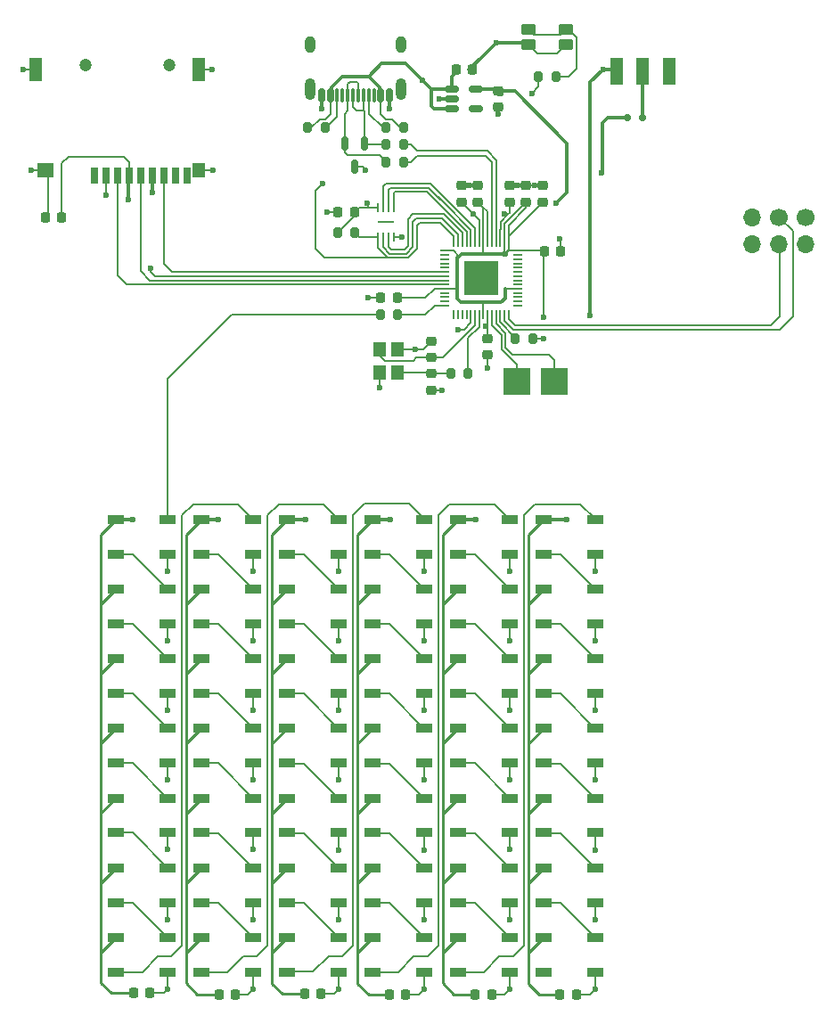
<source format=gbr>
%TF.GenerationSoftware,KiCad,Pcbnew,9.0.1*%
%TF.CreationDate,2025-04-15T01:10:53-06:00*%
%TF.ProjectId,zippy-badge,7a697070-792d-4626-9164-67652e6b6963,rev?*%
%TF.SameCoordinates,PX4d8ff50PY83b6430*%
%TF.FileFunction,Copper,L1,Top*%
%TF.FilePolarity,Positive*%
%FSLAX46Y46*%
G04 Gerber Fmt 4.6, Leading zero omitted, Abs format (unit mm)*
G04 Created by KiCad (PCBNEW 9.0.1) date 2025-04-15 01:10:53*
%MOMM*%
%LPD*%
G01*
G04 APERTURE LIST*
G04 Aperture macros list*
%AMRoundRect*
0 Rectangle with rounded corners*
0 $1 Rounding radius*
0 $2 $3 $4 $5 $6 $7 $8 $9 X,Y pos of 4 corners*
0 Add a 4 corners polygon primitive as box body*
4,1,4,$2,$3,$4,$5,$6,$7,$8,$9,$2,$3,0*
0 Add four circle primitives for the rounded corners*
1,1,$1+$1,$2,$3*
1,1,$1+$1,$4,$5*
1,1,$1+$1,$6,$7*
1,1,$1+$1,$8,$9*
0 Add four rect primitives between the rounded corners*
20,1,$1+$1,$2,$3,$4,$5,0*
20,1,$1+$1,$4,$5,$6,$7,0*
20,1,$1+$1,$6,$7,$8,$9,0*
20,1,$1+$1,$8,$9,$2,$3,0*%
G04 Aperture macros list end*
%TA.AperFunction,SMDPad,CuDef*%
%ADD10RoundRect,0.090000X-0.660000X-0.360000X0.660000X-0.360000X0.660000X0.360000X-0.660000X0.360000X0*%
%TD*%
%TA.AperFunction,SMDPad,CuDef*%
%ADD11RoundRect,0.225000X0.225000X0.250000X-0.225000X0.250000X-0.225000X-0.250000X0.225000X-0.250000X0*%
%TD*%
%TA.AperFunction,SMDPad,CuDef*%
%ADD12RoundRect,0.150000X0.150000X0.500000X-0.150000X0.500000X-0.150000X-0.500000X0.150000X-0.500000X0*%
%TD*%
%TA.AperFunction,SMDPad,CuDef*%
%ADD13RoundRect,0.075000X0.075000X0.575000X-0.075000X0.575000X-0.075000X-0.575000X0.075000X-0.575000X0*%
%TD*%
%TA.AperFunction,HeatsinkPad*%
%ADD14O,1.000000X2.100000*%
%TD*%
%TA.AperFunction,HeatsinkPad*%
%ADD15O,1.000000X1.600000*%
%TD*%
%TA.AperFunction,SMDPad,CuDef*%
%ADD16RoundRect,0.150000X-0.150000X0.512500X-0.150000X-0.512500X0.150000X-0.512500X0.150000X0.512500X0*%
%TD*%
%TA.AperFunction,SMDPad,CuDef*%
%ADD17RoundRect,0.150000X-0.512500X-0.150000X0.512500X-0.150000X0.512500X0.150000X-0.512500X0.150000X0*%
%TD*%
%TA.AperFunction,SMDPad,CuDef*%
%ADD18RoundRect,0.200000X0.200000X0.275000X-0.200000X0.275000X-0.200000X-0.275000X0.200000X-0.275000X0*%
%TD*%
%TA.AperFunction,SMDPad,CuDef*%
%ADD19RoundRect,0.200000X-0.200000X-0.275000X0.200000X-0.275000X0.200000X0.275000X-0.200000X0.275000X0*%
%TD*%
%TA.AperFunction,SMDPad,CuDef*%
%ADD20RoundRect,0.225000X-0.250000X0.225000X-0.250000X-0.225000X0.250000X-0.225000X0.250000X0.225000X0*%
%TD*%
%TA.AperFunction,SMDPad,CuDef*%
%ADD21R,1.250000X2.500000*%
%TD*%
%TA.AperFunction,SMDPad,CuDef*%
%ADD22RoundRect,0.225000X-0.225000X-0.250000X0.225000X-0.250000X0.225000X0.250000X-0.225000X0.250000X0*%
%TD*%
%TA.AperFunction,SMDPad,CuDef*%
%ADD23R,1.200000X1.400000*%
%TD*%
%TA.AperFunction,SMDPad,CuDef*%
%ADD24R,2.500000X2.500000*%
%TD*%
%TA.AperFunction,SMDPad,CuDef*%
%ADD25RoundRect,0.225000X0.250000X-0.225000X0.250000X0.225000X-0.250000X0.225000X-0.250000X-0.225000X0*%
%TD*%
%TA.AperFunction,SMDPad,CuDef*%
%ADD26R,0.254000X0.812800*%
%TD*%
%TA.AperFunction,SMDPad,CuDef*%
%ADD27R,1.600200X0.203200*%
%TD*%
%TA.AperFunction,SMDPad,CuDef*%
%ADD28RoundRect,0.150000X-0.150000X-0.200000X0.150000X-0.200000X0.150000X0.200000X-0.150000X0.200000X0*%
%TD*%
%TA.AperFunction,WasherPad*%
%ADD29C,1.200000*%
%TD*%
%TA.AperFunction,SMDPad,CuDef*%
%ADD30R,0.700000X1.600000*%
%TD*%
%TA.AperFunction,SMDPad,CuDef*%
%ADD31R,1.200000X2.200000*%
%TD*%
%TA.AperFunction,SMDPad,CuDef*%
%ADD32R,1.600000X1.400000*%
%TD*%
%TA.AperFunction,ComponentPad*%
%ADD33O,1.700000X1.700000*%
%TD*%
%TA.AperFunction,ComponentPad*%
%ADD34C,1.700000*%
%TD*%
%TA.AperFunction,SMDPad,CuDef*%
%ADD35RoundRect,0.050000X-0.387500X-0.050000X0.387500X-0.050000X0.387500X0.050000X-0.387500X0.050000X0*%
%TD*%
%TA.AperFunction,SMDPad,CuDef*%
%ADD36RoundRect,0.050000X-0.050000X-0.387500X0.050000X-0.387500X0.050000X0.387500X-0.050000X0.387500X0*%
%TD*%
%TA.AperFunction,HeatsinkPad*%
%ADD37R,3.200000X3.200000*%
%TD*%
%TA.AperFunction,SMDPad,CuDef*%
%ADD38RoundRect,0.250000X0.450000X0.275000X-0.450000X0.275000X-0.450000X-0.275000X0.450000X-0.275000X0*%
%TD*%
%TA.AperFunction,ViaPad*%
%ADD39C,0.600000*%
%TD*%
%TA.AperFunction,Conductor*%
%ADD40C,0.304800*%
%TD*%
%TA.AperFunction,Conductor*%
%ADD41C,0.177800*%
%TD*%
%TA.AperFunction,Conductor*%
%ADD42C,0.254000*%
%TD*%
%TA.AperFunction,Conductor*%
%ADD43C,0.200000*%
%TD*%
%TA.AperFunction,Conductor*%
%ADD44C,0.203200*%
%TD*%
G04 APERTURE END LIST*
D10*
%TO.P,D5,1,VDD*%
%TO.N,VBUS*%
X26240000Y28830000D03*
%TO.P,D5,2,DOUT*%
%TO.N,Net-(D5-DOUT)*%
X26240000Y25530000D03*
%TO.P,D5,3,VSS*%
%TO.N,GND*%
X31140000Y25530000D03*
%TO.P,D5,4,DIN*%
%TO.N,Net-(D4-DOUT)*%
X31140000Y28830000D03*
%TD*%
%TO.P,D23,1,VDD*%
%TO.N,VBUS*%
X50600000Y48690000D03*
%TO.P,D23,2,DOUT*%
%TO.N,Net-(D23-DOUT)*%
X50600000Y45390000D03*
%TO.P,D23,3,VSS*%
%TO.N,GND*%
X55500000Y45390000D03*
%TO.P,D23,4,DIN*%
%TO.N,Net-(D22-DOUT)*%
X55500000Y48690000D03*
%TD*%
%TO.P,D18,1,VDD*%
%TO.N,VBUS*%
X42480000Y35450000D03*
%TO.P,D18,2,DOUT*%
%TO.N,Net-(D18-DOUT)*%
X42480000Y32150000D03*
%TO.P,D18,3,VSS*%
%TO.N,GND*%
X47380000Y32150000D03*
%TO.P,D18,4,DIN*%
%TO.N,Net-(D17-DOUT)*%
X47380000Y35450000D03*
%TD*%
%TO.P,D36,1,VDD*%
%TO.N,VBUS*%
X58720000Y8970000D03*
%TO.P,D36,2,DOUT*%
%TO.N,Net-(D36-DOUT)*%
X58720000Y5670000D03*
%TO.P,D36,3,VSS*%
%TO.N,GND*%
X63620000Y5670000D03*
%TO.P,D36,4,DIN*%
%TO.N,Net-(D35-DOUT)*%
X63620000Y8970000D03*
%TD*%
D11*
%TO.P,C17,1*%
%TO.N,GND*%
X45720000Y3600000D03*
%TO.P,C17,2*%
%TO.N,VBUS*%
X44170000Y3600000D03*
%TD*%
D10*
%TO.P,D24,1,VDD*%
%TO.N,VBUS*%
X50600000Y42070000D03*
%TO.P,D24,2,DOUT*%
%TO.N,Net-(D24-DOUT)*%
X50600000Y38770000D03*
%TO.P,D24,3,VSS*%
%TO.N,GND*%
X55500000Y38770000D03*
%TO.P,D24,4,DIN*%
%TO.N,Net-(D23-DOUT)*%
X55500000Y42070000D03*
%TD*%
%TO.P,D7,1,VDD*%
%TO.N,VBUS*%
X26240000Y15590000D03*
%TO.P,D7,2,DOUT*%
%TO.N,Net-(D7-DOUT)*%
X26240000Y12290000D03*
%TO.P,D7,3,VSS*%
%TO.N,GND*%
X31140000Y12290000D03*
%TO.P,D7,4,DIN*%
%TO.N,Net-(D6-DOUT)*%
X31140000Y15590000D03*
%TD*%
D12*
%TO.P,J2,A1,GND*%
%TO.N,GND*%
X52180000Y88950000D03*
%TO.P,J2,A4,VBUS*%
%TO.N,VBUS*%
X51380000Y88950000D03*
D13*
%TO.P,J2,A5,CC1*%
%TO.N,Net-(J2-CC1)*%
X50230000Y88950000D03*
%TO.P,J2,A6,D+*%
%TO.N,Net-(D44-K-Pad2)*%
X49230000Y88950000D03*
%TO.P,J2,A7,D-*%
%TO.N,Net-(D44-K-Pad1)*%
X48730000Y88950000D03*
%TO.P,J2,A8,SBU1*%
%TO.N,unconnected-(J2-SBU1-PadA8)*%
X47730000Y88950000D03*
D12*
%TO.P,J2,A9,VBUS*%
%TO.N,VBUS*%
X46580000Y88950000D03*
%TO.P,J2,A12,GND*%
%TO.N,GND*%
X45780000Y88950000D03*
%TO.P,J2,B1,GND*%
X45780000Y88950000D03*
%TO.P,J2,B4,VBUS*%
%TO.N,VBUS*%
X46580000Y88950000D03*
D13*
%TO.P,J2,B5,CC2*%
%TO.N,Net-(J2-CC2)*%
X47230000Y88950000D03*
%TO.P,J2,B6,D+*%
%TO.N,Net-(D44-K-Pad2)*%
X48230000Y88950000D03*
%TO.P,J2,B7,D-*%
%TO.N,Net-(D44-K-Pad1)*%
X49730000Y88950000D03*
%TO.P,J2,B8,SBU2*%
%TO.N,unconnected-(J2-SBU2-PadB8)*%
X50730000Y88950000D03*
D12*
%TO.P,J2,B9,VBUS*%
%TO.N,VBUS*%
X51380000Y88950000D03*
%TO.P,J2,B12,GND*%
%TO.N,GND*%
X52180000Y88950000D03*
D14*
%TO.P,J2,S1,SHIELD*%
X53300000Y89590000D03*
D15*
X53300000Y93770000D03*
D14*
X44660000Y89590000D03*
D15*
X44660000Y93770000D03*
%TD*%
D10*
%TO.P,D13,1,VDD*%
%TO.N,VBUS*%
X34360000Y22210000D03*
%TO.P,D13,2,DOUT*%
%TO.N,Net-(D13-DOUT)*%
X34360000Y18910000D03*
%TO.P,D13,3,VSS*%
%TO.N,GND*%
X39260000Y18910000D03*
%TO.P,D13,4,DIN*%
%TO.N,Net-(D12-DOUT)*%
X39260000Y22210000D03*
%TD*%
%TO.P,D42,1,VDD*%
%TO.N,VBUS*%
X66840000Y15590000D03*
%TO.P,D42,2,DOUT*%
%TO.N,Net-(D42-DOUT)*%
X66840000Y12290000D03*
%TO.P,D42,3,VSS*%
%TO.N,GND*%
X71740000Y12290000D03*
%TO.P,D42,4,DIN*%
%TO.N,Net-(D41-DOUT)*%
X71740000Y15590000D03*
%TD*%
%TO.P,D8,1,VDD*%
%TO.N,VBUS*%
X26240000Y8970000D03*
%TO.P,D8,2,DOUT*%
%TO.N,Net-(D8-DOUT)*%
X26240000Y5670000D03*
%TO.P,D8,3,VSS*%
%TO.N,GND*%
X31140000Y5670000D03*
%TO.P,D8,4,DIN*%
%TO.N,Net-(D7-DOUT)*%
X31140000Y8970000D03*
%TD*%
D16*
%TO.P,D44,1,K*%
%TO.N,Net-(D44-K-Pad1)*%
X49870000Y84437500D03*
%TO.P,D44,2,K*%
%TO.N,Net-(D44-K-Pad2)*%
X47970000Y84437500D03*
%TO.P,D44,3,A*%
%TO.N,GND*%
X48920000Y82162500D03*
%TD*%
D10*
%TO.P,D2,1,VDD*%
%TO.N,VBUS*%
X26240000Y48690000D03*
%TO.P,D2,2,DOUT*%
%TO.N,Net-(D2-DOUT)*%
X26240000Y45390000D03*
%TO.P,D2,3,VSS*%
%TO.N,GND*%
X31140000Y45390000D03*
%TO.P,D2,4,DIN*%
%TO.N,Net-(D2-DIN)*%
X31140000Y48690000D03*
%TD*%
D17*
%TO.P,U1,1,IN*%
%TO.N,VBUS*%
X58135000Y89570000D03*
%TO.P,U1,2,GND*%
%TO.N,GND*%
X58135000Y88620000D03*
%TO.P,U1,3,EN*%
%TO.N,VBUS*%
X58135000Y87670000D03*
%TO.P,U1,4,NC*%
%TO.N,unconnected-(U1-NC-Pad4)*%
X60410000Y87670000D03*
%TO.P,U1,5,OUT*%
%TO.N,+3.3V*%
X60410000Y89570000D03*
%TD*%
D10*
%TO.P,D21,1,VDD*%
%TO.N,VBUS*%
X42480000Y15590000D03*
%TO.P,D21,2,DOUT*%
%TO.N,Net-(D21-DOUT)*%
X42480000Y12290000D03*
%TO.P,D21,3,VSS*%
%TO.N,GND*%
X47380000Y12290000D03*
%TO.P,D21,4,DIN*%
%TO.N,Net-(D20-DOUT)*%
X47380000Y15590000D03*
%TD*%
D18*
%TO.P,R1,1*%
%TO.N,Net-(R1-Pad1)*%
X68010000Y90730000D03*
%TO.P,R1,2*%
%TO.N,SS*%
X66360000Y90730000D03*
%TD*%
D11*
%TO.P,C9,1*%
%TO.N,GND*%
X60070000Y91390000D03*
%TO.P,C9,2*%
%TO.N,VBUS*%
X58520000Y91390000D03*
%TD*%
D19*
%TO.P,R8,1*%
%TO.N,Net-(C13-Pad2)*%
X58040000Y62530000D03*
%TO.P,R8,2*%
%TO.N,Net-(U2-XOUT)*%
X59690000Y62530000D03*
%TD*%
D20*
%TO.P,C14,1*%
%TO.N,GND*%
X65190000Y80390000D03*
%TO.P,C14,2*%
%TO.N,+3.3V*%
X65190000Y78840000D03*
%TD*%
D10*
%TO.P,D43,1,VDD*%
%TO.N,VBUS*%
X66840000Y8970000D03*
%TO.P,D43,2,DOUT*%
%TO.N,unconnected-(D43-DOUT-Pad2)*%
X66840000Y5670000D03*
%TO.P,D43,3,VSS*%
%TO.N,GND*%
X71740000Y5670000D03*
%TO.P,D43,4,DIN*%
%TO.N,Net-(D42-DOUT)*%
X71740000Y8970000D03*
%TD*%
D19*
%TO.P,R9,1*%
%TO.N,Net-(D2-DIN)*%
X51330000Y68120000D03*
%TO.P,R9,2*%
%TO.N,RGB*%
X52980000Y68120000D03*
%TD*%
D10*
%TO.P,D15,1,VDD*%
%TO.N,VBUS*%
X34360000Y8970000D03*
%TO.P,D15,2,DOUT*%
%TO.N,Net-(D15-DOUT)*%
X34360000Y5670000D03*
%TO.P,D15,3,VSS*%
%TO.N,GND*%
X39260000Y5670000D03*
%TO.P,D15,4,DIN*%
%TO.N,Net-(D14-DOUT)*%
X39260000Y8970000D03*
%TD*%
%TO.P,D11,1,VDD*%
%TO.N,VBUS*%
X34360000Y35450000D03*
%TO.P,D11,2,DOUT*%
%TO.N,Net-(D11-DOUT)*%
X34360000Y32150000D03*
%TO.P,D11,3,VSS*%
%TO.N,GND*%
X39260000Y32150000D03*
%TO.P,D11,4,DIN*%
%TO.N,Net-(D10-DOUT)*%
X39260000Y35450000D03*
%TD*%
D20*
%TO.P,C11,1*%
%TO.N,GND*%
X56140000Y65590000D03*
%TO.P,C11,2*%
%TO.N,Net-(U2-XIN)*%
X56140000Y64040000D03*
%TD*%
D21*
%TO.P,SW2,1,A*%
%TO.N,unconnected-(SW2-A-Pad1)*%
X78780000Y91270000D03*
%TO.P,SW2,2,B*%
%TO.N,Net-(D1-K)*%
X76280000Y91270000D03*
%TO.P,SW2,3,C*%
%TO.N,VBUS*%
X73780000Y91270000D03*
%TD*%
D10*
%TO.P,D14,1,VDD*%
%TO.N,VBUS*%
X34360000Y15590000D03*
%TO.P,D14,2,DOUT*%
%TO.N,Net-(D14-DOUT)*%
X34360000Y12290000D03*
%TO.P,D14,3,VSS*%
%TO.N,GND*%
X39260000Y12290000D03*
%TO.P,D14,4,DIN*%
%TO.N,Net-(D13-DOUT)*%
X39260000Y15590000D03*
%TD*%
D11*
%TO.P,C5,1*%
%TO.N,GND*%
X68480000Y74180000D03*
%TO.P,C5,2*%
%TO.N,+3.3V*%
X66930000Y74180000D03*
%TD*%
D10*
%TO.P,D34,1,VDD*%
%TO.N,VBUS*%
X58720000Y22210000D03*
%TO.P,D34,2,DOUT*%
%TO.N,Net-(D34-DOUT)*%
X58720000Y18910000D03*
%TO.P,D34,3,VSS*%
%TO.N,GND*%
X63620000Y18910000D03*
%TO.P,D34,4,DIN*%
%TO.N,Net-(D33-DOUT)*%
X63620000Y22210000D03*
%TD*%
D22*
%TO.P,C12,1*%
%TO.N,GND*%
X47325000Y77890000D03*
%TO.P,C12,2*%
%TO.N,+3.3V*%
X48875000Y77890000D03*
%TD*%
D23*
%TO.P,Y1,1,1*%
%TO.N,Net-(C13-Pad2)*%
X52990000Y62630000D03*
%TO.P,Y1,2,2*%
%TO.N,GND*%
X52990000Y64830000D03*
%TO.P,Y1,3,3*%
%TO.N,Net-(U2-XIN)*%
X51290000Y64830000D03*
%TO.P,Y1,4,4*%
%TO.N,GND*%
X51290000Y62630000D03*
%TD*%
D10*
%TO.P,D25,1,VDD*%
%TO.N,VBUS*%
X50600000Y35450000D03*
%TO.P,D25,2,DOUT*%
%TO.N,Net-(D25-DOUT)*%
X50600000Y32150000D03*
%TO.P,D25,3,VSS*%
%TO.N,GND*%
X55500000Y32150000D03*
%TO.P,D25,4,DIN*%
%TO.N,Net-(D24-DOUT)*%
X55500000Y35450000D03*
%TD*%
%TO.P,D26,1,VDD*%
%TO.N,VBUS*%
X50600000Y28830000D03*
%TO.P,D26,2,DOUT*%
%TO.N,Net-(D26-DOUT)*%
X50600000Y25530000D03*
%TO.P,D26,3,VSS*%
%TO.N,GND*%
X55500000Y25530000D03*
%TO.P,D26,4,DIN*%
%TO.N,Net-(D25-DOUT)*%
X55500000Y28830000D03*
%TD*%
%TO.P,D22,1,VDD*%
%TO.N,VBUS*%
X42480000Y8970000D03*
%TO.P,D22,2,DOUT*%
%TO.N,Net-(D22-DOUT)*%
X42480000Y5670000D03*
%TO.P,D22,3,VSS*%
%TO.N,GND*%
X47380000Y5670000D03*
%TO.P,D22,4,DIN*%
%TO.N,Net-(D21-DOUT)*%
X47380000Y8970000D03*
%TD*%
%TO.P,D41,1,VDD*%
%TO.N,VBUS*%
X66840000Y22210000D03*
%TO.P,D41,2,DOUT*%
%TO.N,Net-(D41-DOUT)*%
X66840000Y18910000D03*
%TO.P,D41,3,VSS*%
%TO.N,GND*%
X71740000Y18910000D03*
%TO.P,D41,4,DIN*%
%TO.N,Net-(D40-DOUT)*%
X71740000Y22210000D03*
%TD*%
D24*
%TO.P,TP3,1,1*%
%TO.N,Net-(U2-SWCLK)*%
X64340000Y61790000D03*
%TD*%
D11*
%TO.P,C16,1*%
%TO.N,GND*%
X37570000Y3580000D03*
%TO.P,C16,2*%
%TO.N,VBUS*%
X36020000Y3580000D03*
%TD*%
D10*
%TO.P,D32,1,VDD*%
%TO.N,VBUS*%
X58720000Y35450000D03*
%TO.P,D32,2,DOUT*%
%TO.N,Net-(D32-DOUT)*%
X58720000Y32150000D03*
%TO.P,D32,3,VSS*%
%TO.N,GND*%
X63620000Y32150000D03*
%TO.P,D32,4,DIN*%
%TO.N,Net-(D31-DOUT)*%
X63620000Y35450000D03*
%TD*%
D25*
%TO.P,C6,1*%
%TO.N,GND*%
X61515000Y64305000D03*
%TO.P,C6,2*%
%TO.N,Net-(U2-VREG_VOUT)*%
X61515000Y65855000D03*
%TD*%
D26*
%TO.P,U3,1,~{CS}*%
%TO.N,SS*%
X51094998Y75513200D03*
%TO.P,U3,2,DO(IO1)*%
%TO.N,DS1*%
X51594999Y75513200D03*
%TO.P,U3,3,IO2*%
%TO.N,DS2*%
X52094999Y75513200D03*
%TO.P,U3,4,GND*%
%TO.N,GND*%
X52595000Y75513200D03*
%TO.P,U3,5,DI(IO0)*%
%TO.N,DS0*%
X52595000Y78310000D03*
%TO.P,U3,6,CLK*%
%TO.N,CLK*%
X52094999Y78310000D03*
%TO.P,U3,7,IO3*%
%TO.N,DS3*%
X51594999Y78310000D03*
%TO.P,U3,8,VCC*%
%TO.N,+3.3V*%
X51094998Y78310000D03*
D27*
%TO.P,U3,9*%
%TO.N,N/C*%
X51844999Y76911600D03*
%TD*%
D28*
%TO.P,D1,1,K*%
%TO.N,Net-(D1-K)*%
X76230000Y86890000D03*
%TO.P,D1,2,A*%
%TO.N,Net-(D1-A)*%
X74830000Y86890000D03*
%TD*%
D29*
%TO.P,J1,*%
%TO.N,*%
X31290000Y91830000D03*
X23310000Y91830000D03*
D30*
%TO.P,J1,1,NC*%
%TO.N,unconnected-(J1-NC-Pad1)*%
X24160000Y81330000D03*
%TO.P,J1,2,/CS*%
%TO.N,SD_CS*%
X25260000Y81330000D03*
%TO.P,J1,3,DI*%
%TO.N,SPI0_MOSI*%
X26360000Y81330000D03*
%TO.P,J1,4,VDD*%
%TO.N,+3.3V*%
X27460000Y81330000D03*
%TO.P,J1,5,CLK*%
%TO.N,SPI0_SCK*%
X28560000Y81330000D03*
%TO.P,J1,6,VSS*%
%TO.N,GND*%
X29660000Y81330000D03*
%TO.P,J1,7,DO*%
%TO.N,SPI0_MISO*%
X30760000Y81330000D03*
%TO.P,J1,8,RSV*%
%TO.N,unconnected-(J1-RSV-Pad8)*%
X31860000Y81330000D03*
%TO.P,J1,9,Cd*%
%TO.N,unconnected-(J1-Cd-Pad9)*%
X32960000Y81330000D03*
D23*
%TO.P,J1,10,SHIELD*%
%TO.N,GND*%
X34110000Y81830000D03*
D31*
X34110000Y91430000D03*
D32*
X19510000Y81830000D03*
D31*
X18610000Y91430000D03*
%TD*%
D33*
%TO.P,X1,1,VCC*%
%TO.N,+3.3V*%
X86690000Y77410000D03*
%TO.P,X1,2,GND*%
%TO.N,GND*%
X86690000Y74870000D03*
D34*
%TO.P,X1,3,SDA*%
%TO.N,SDA*%
X89230000Y77410000D03*
D33*
%TO.P,X1,4,SCL*%
%TO.N,SCL*%
X89230000Y74870000D03*
D34*
%TO.P,X1,5,GPIO1*%
%TO.N,SAO1*%
X91770000Y77410000D03*
D33*
%TO.P,X1,6,GPIO2*%
%TO.N,SAO2*%
X91770000Y74870000D03*
%TD*%
D10*
%TO.P,D3,1,VDD*%
%TO.N,VBUS*%
X26240000Y42070000D03*
%TO.P,D3,2,DOUT*%
%TO.N,Net-(D3-DOUT)*%
X26240000Y38770000D03*
%TO.P,D3,3,VSS*%
%TO.N,GND*%
X31140000Y38770000D03*
%TO.P,D3,4,DIN*%
%TO.N,Net-(D2-DOUT)*%
X31140000Y42070000D03*
%TD*%
%TO.P,D37,1,VDD*%
%TO.N,VBUS*%
X66840000Y48690000D03*
%TO.P,D37,2,DOUT*%
%TO.N,Net-(D37-DOUT)*%
X66840000Y45390000D03*
%TO.P,D37,3,VSS*%
%TO.N,GND*%
X71740000Y45390000D03*
%TO.P,D37,4,DIN*%
%TO.N,Net-(D36-DOUT)*%
X71740000Y48690000D03*
%TD*%
D25*
%TO.P,C10,1*%
%TO.N,GND*%
X62560000Y87830000D03*
%TO.P,C10,2*%
%TO.N,+3.3V*%
X62560000Y89380000D03*
%TD*%
D10*
%TO.P,D6,1,VDD*%
%TO.N,VBUS*%
X26240000Y22210000D03*
%TO.P,D6,2,DOUT*%
%TO.N,Net-(D6-DOUT)*%
X26240000Y18910000D03*
%TO.P,D6,3,VSS*%
%TO.N,GND*%
X31140000Y18910000D03*
%TO.P,D6,4,DIN*%
%TO.N,Net-(D5-DOUT)*%
X31140000Y22210000D03*
%TD*%
D19*
%TO.P,R3,1*%
%TO.N,Net-(J2-CC1)*%
X51885000Y85900000D03*
%TO.P,R3,2*%
%TO.N,VBUS*%
X53535000Y85900000D03*
%TD*%
D10*
%TO.P,D17,1,VDD*%
%TO.N,VBUS*%
X42480000Y42070000D03*
%TO.P,D17,2,DOUT*%
%TO.N,Net-(D17-DOUT)*%
X42480000Y38770000D03*
%TO.P,D17,3,VSS*%
%TO.N,GND*%
X47380000Y38770000D03*
%TO.P,D17,4,DIN*%
%TO.N,Net-(D16-DOUT)*%
X47380000Y42070000D03*
%TD*%
%TO.P,D33,1,VDD*%
%TO.N,VBUS*%
X58720000Y28830000D03*
%TO.P,D33,2,DOUT*%
%TO.N,Net-(D33-DOUT)*%
X58720000Y25530000D03*
%TO.P,D33,3,VSS*%
%TO.N,GND*%
X63620000Y25530000D03*
%TO.P,D33,4,DIN*%
%TO.N,Net-(D32-DOUT)*%
X63620000Y28830000D03*
%TD*%
D19*
%TO.P,R2,1*%
%TO.N,Net-(U2-RUN)*%
X64180000Y65820000D03*
%TO.P,R2,2*%
%TO.N,+3.3V*%
X65830000Y65820000D03*
%TD*%
D10*
%TO.P,D28,1,VDD*%
%TO.N,VBUS*%
X50600000Y15590000D03*
%TO.P,D28,2,DOUT*%
%TO.N,Net-(D28-DOUT)*%
X50600000Y12290000D03*
%TO.P,D28,3,VSS*%
%TO.N,GND*%
X55500000Y12290000D03*
%TO.P,D28,4,DIN*%
%TO.N,Net-(D27-DOUT)*%
X55500000Y15590000D03*
%TD*%
%TO.P,D35,1,VDD*%
%TO.N,VBUS*%
X58720000Y15590000D03*
%TO.P,D35,2,DOUT*%
%TO.N,Net-(D35-DOUT)*%
X58720000Y12290000D03*
%TO.P,D35,3,VSS*%
%TO.N,GND*%
X63620000Y12290000D03*
%TO.P,D35,4,DIN*%
%TO.N,Net-(D34-DOUT)*%
X63620000Y15590000D03*
%TD*%
D35*
%TO.P,U2,1,IOVDD*%
%TO.N,+3.3V*%
X57487500Y74197500D03*
%TO.P,U2,2,GPIO0*%
%TO.N,unconnected-(U2-GPIO0-Pad2)*%
X57487500Y73797500D03*
%TO.P,U2,3,GPIO1*%
%TO.N,unconnected-(U2-GPIO1-Pad3)*%
X57487500Y73397500D03*
%TO.P,U2,4,GPIO2*%
%TO.N,unconnected-(U2-GPIO2-Pad4)*%
X57487500Y72997500D03*
%TO.P,U2,5,GPIO3*%
%TO.N,unconnected-(U2-GPIO3-Pad5)*%
X57487500Y72597500D03*
%TO.P,U2,6,GPIO4*%
%TO.N,SPI0_MISO*%
X57487500Y72197500D03*
%TO.P,U2,7,GPIO5*%
%TO.N,SD_CS*%
X57487500Y71797500D03*
%TO.P,U2,8,GPIO6*%
%TO.N,SPI0_SCK*%
X57487500Y71397500D03*
%TO.P,U2,9,GPIO7*%
%TO.N,SPI0_MOSI*%
X57487500Y70997500D03*
%TO.P,U2,10,IOVDD*%
%TO.N,+3.3V*%
X57487500Y70597500D03*
%TO.P,U2,11,GPIO8*%
%TO.N,unconnected-(U2-GPIO8-Pad11)*%
X57487500Y70197500D03*
%TO.P,U2,12,GPIO9*%
%TO.N,unconnected-(U2-GPIO9-Pad12)*%
X57487500Y69797500D03*
%TO.P,U2,13,GPIO10*%
%TO.N,unconnected-(U2-GPIO10-Pad13)*%
X57487500Y69397500D03*
%TO.P,U2,14,GPIO11*%
%TO.N,RGB*%
X57487500Y68997500D03*
D36*
%TO.P,U2,15,GPIO12*%
%TO.N,unconnected-(U2-GPIO12-Pad15)*%
X58325000Y68160000D03*
%TO.P,U2,16,GPIO13*%
%TO.N,unconnected-(U2-GPIO13-Pad16)*%
X58725000Y68160000D03*
%TO.P,U2,17,GPIO14*%
%TO.N,unconnected-(U2-GPIO14-Pad17)*%
X59125000Y68160000D03*
%TO.P,U2,18,GPIO15*%
%TO.N,unconnected-(U2-GPIO15-Pad18)*%
X59525000Y68160000D03*
%TO.P,U2,19,TESTEN*%
%TO.N,GND*%
X59925000Y68160000D03*
%TO.P,U2,20,XIN*%
%TO.N,Net-(U2-XIN)*%
X60325000Y68160000D03*
%TO.P,U2,21,XOUT*%
%TO.N,Net-(U2-XOUT)*%
X60725000Y68160000D03*
%TO.P,U2,22,IOVDD*%
%TO.N,+3.3V*%
X61125000Y68160000D03*
%TO.P,U2,23,DVDD*%
%TO.N,Net-(U2-VREG_VOUT)*%
X61525000Y68160000D03*
%TO.P,U2,24,SWCLK*%
%TO.N,Net-(U2-SWCLK)*%
X61925000Y68160000D03*
%TO.P,U2,25,SWD*%
%TO.N,Net-(U2-SWD)*%
X62325000Y68160000D03*
%TO.P,U2,26,RUN*%
%TO.N,Net-(U2-RUN)*%
X62725000Y68160000D03*
%TO.P,U2,27,GPIO16*%
%TO.N,SDA*%
X63125000Y68160000D03*
%TO.P,U2,28,GPIO17*%
%TO.N,SCL*%
X63525000Y68160000D03*
D35*
%TO.P,U2,29,GPIO18*%
%TO.N,unconnected-(U2-GPIO18-Pad29)*%
X64362500Y68997500D03*
%TO.P,U2,30,GPIO19*%
%TO.N,unconnected-(U2-GPIO19-Pad30)*%
X64362500Y69397500D03*
%TO.P,U2,31,GPIO20*%
%TO.N,unconnected-(U2-GPIO20-Pad31)*%
X64362500Y69797500D03*
%TO.P,U2,32,GPIO21*%
%TO.N,unconnected-(U2-GPIO21-Pad32)*%
X64362500Y70197500D03*
%TO.P,U2,33,IOVDD*%
%TO.N,+3.3V*%
X64362500Y70597500D03*
%TO.P,U2,34,GPIO22*%
%TO.N,unconnected-(U2-GPIO22-Pad34)*%
X64362500Y70997500D03*
%TO.P,U2,35,GPIO23*%
%TO.N,unconnected-(U2-GPIO23-Pad35)*%
X64362500Y71397500D03*
%TO.P,U2,36,GPIO24*%
%TO.N,unconnected-(U2-GPIO24-Pad36)*%
X64362500Y71797500D03*
%TO.P,U2,37,GPIO25*%
%TO.N,unconnected-(U2-GPIO25-Pad37)*%
X64362500Y72197500D03*
%TO.P,U2,38,GPIO26_ADC0*%
%TO.N,unconnected-(U2-GPIO26_ADC0-Pad38)*%
X64362500Y72597500D03*
%TO.P,U2,39,GPIO27_ADC1*%
%TO.N,unconnected-(U2-GPIO27_ADC1-Pad39)*%
X64362500Y72997500D03*
%TO.P,U2,40,GPIO28_ADC2*%
%TO.N,unconnected-(U2-GPIO28_ADC2-Pad40)*%
X64362500Y73397500D03*
%TO.P,U2,41,GPIO29_ADC3*%
%TO.N,unconnected-(U2-GPIO29_ADC3-Pad41)*%
X64362500Y73797500D03*
%TO.P,U2,42,IOVDD*%
%TO.N,+3.3V*%
X64362500Y74197500D03*
D36*
%TO.P,U2,43,ADC_AVDD*%
X63525000Y75035000D03*
%TO.P,U2,44,VREG_IN*%
X63125000Y75035000D03*
%TO.P,U2,45,VREG_VOUT*%
%TO.N,Net-(U2-VREG_VOUT)*%
X62725000Y75035000D03*
%TO.P,U2,46,USB_DM*%
%TO.N,/USB_N*%
X62325000Y75035000D03*
%TO.P,U2,47,USB_DP*%
%TO.N,/USB_P*%
X61925000Y75035000D03*
%TO.P,U2,48,USB_VDD*%
%TO.N,+3.3V*%
X61525000Y75035000D03*
%TO.P,U2,49,IOVDD*%
X61125000Y75035000D03*
%TO.P,U2,50,DVDD*%
%TO.N,Net-(U2-VREG_VOUT)*%
X60725000Y75035000D03*
%TO.P,U2,51,QSPI_SD3*%
%TO.N,DS3*%
X60325000Y75035000D03*
%TO.P,U2,52,QSPI_SCLK*%
%TO.N,CLK*%
X59925000Y75035000D03*
%TO.P,U2,53,QSPI_SD0*%
%TO.N,DS0*%
X59525000Y75035000D03*
%TO.P,U2,54,QSPI_SD2*%
%TO.N,DS2*%
X59125000Y75035000D03*
%TO.P,U2,55,QSPI_SD1*%
%TO.N,DS1*%
X58725000Y75035000D03*
%TO.P,U2,56,QSPI_SS*%
%TO.N,SS*%
X58325000Y75035000D03*
D37*
%TO.P,U2,57,GND*%
%TO.N,GND*%
X60925000Y71597500D03*
%TD*%
D19*
%TO.P,R5,1*%
%TO.N,Net-(D44-K-Pad2)*%
X51885000Y82650000D03*
%TO.P,R5,2*%
%TO.N,/USB_P*%
X53535000Y82650000D03*
%TD*%
D20*
%TO.P,C7,1*%
%TO.N,GND*%
X59020000Y80390000D03*
%TO.P,C7,2*%
%TO.N,Net-(U2-VREG_VOUT)*%
X59020000Y78840000D03*
%TD*%
D10*
%TO.P,D10,1,VDD*%
%TO.N,VBUS*%
X34360000Y42070000D03*
%TO.P,D10,2,DOUT*%
%TO.N,Net-(D10-DOUT)*%
X34360000Y38770000D03*
%TO.P,D10,3,VSS*%
%TO.N,GND*%
X39260000Y38770000D03*
%TO.P,D10,4,DIN*%
%TO.N,Net-(D10-DIN)*%
X39260000Y42070000D03*
%TD*%
D20*
%TO.P,C3,1*%
%TO.N,GND*%
X60605000Y80390000D03*
%TO.P,C3,2*%
%TO.N,+3.3V*%
X60605000Y78840000D03*
%TD*%
D18*
%TO.P,R7,1*%
%TO.N,SS*%
X48915000Y75920000D03*
%TO.P,R7,2*%
%TO.N,+3.3V*%
X47265000Y75920000D03*
%TD*%
D11*
%TO.P,C15,1*%
%TO.N,GND*%
X29450000Y3670000D03*
%TO.P,C15,2*%
%TO.N,VBUS*%
X27900000Y3670000D03*
%TD*%
D25*
%TO.P,C13,1*%
%TO.N,GND*%
X56140000Y60980000D03*
%TO.P,C13,2*%
%TO.N,Net-(C13-Pad2)*%
X56140000Y62530000D03*
%TD*%
D20*
%TO.P,C4,1*%
%TO.N,GND*%
X66780000Y80390000D03*
%TO.P,C4,2*%
%TO.N,+3.3V*%
X66780000Y78840000D03*
%TD*%
D10*
%TO.P,D9,1,VDD*%
%TO.N,VBUS*%
X34360000Y48690000D03*
%TO.P,D9,2,DOUT*%
%TO.N,Net-(D10-DIN)*%
X34360000Y45390000D03*
%TO.P,D9,3,VSS*%
%TO.N,GND*%
X39260000Y45390000D03*
%TO.P,D9,4,DIN*%
%TO.N,Net-(D8-DOUT)*%
X39260000Y48690000D03*
%TD*%
D22*
%TO.P,C2,1*%
%TO.N,GND*%
X51380000Y69730000D03*
%TO.P,C2,2*%
%TO.N,+3.3V*%
X52930000Y69730000D03*
%TD*%
D10*
%TO.P,D38,1,VDD*%
%TO.N,VBUS*%
X66840000Y42070000D03*
%TO.P,D38,2,DOUT*%
%TO.N,Net-(D38-DOUT)*%
X66840000Y38770000D03*
%TO.P,D38,3,VSS*%
%TO.N,GND*%
X71740000Y38770000D03*
%TO.P,D38,4,DIN*%
%TO.N,Net-(D37-DOUT)*%
X71740000Y42070000D03*
%TD*%
D38*
%TO.P,SW1,1,1*%
%TO.N,GND*%
X68970000Y93790000D03*
X65370000Y93790000D03*
%TO.P,SW1,2,2*%
%TO.N,Net-(R1-Pad1)*%
X68970000Y95230000D03*
X65370000Y95230000D03*
%TD*%
D10*
%TO.P,D16,1,VDD*%
%TO.N,VBUS*%
X42480000Y48690000D03*
%TO.P,D16,2,DOUT*%
%TO.N,Net-(D16-DOUT)*%
X42480000Y45390000D03*
%TO.P,D16,3,VSS*%
%TO.N,GND*%
X47380000Y45390000D03*
%TO.P,D16,4,DIN*%
%TO.N,Net-(D15-DOUT)*%
X47380000Y48690000D03*
%TD*%
D20*
%TO.P,C8,1*%
%TO.N,GND*%
X63605000Y80390000D03*
%TO.P,C8,2*%
%TO.N,Net-(U2-VREG_VOUT)*%
X63605000Y78840000D03*
%TD*%
D10*
%TO.P,D4,1,VDD*%
%TO.N,VBUS*%
X26240000Y35450000D03*
%TO.P,D4,2,DOUT*%
%TO.N,Net-(D4-DOUT)*%
X26240000Y32150000D03*
%TO.P,D4,3,VSS*%
%TO.N,GND*%
X31140000Y32150000D03*
%TO.P,D4,4,DIN*%
%TO.N,Net-(D3-DOUT)*%
X31140000Y35450000D03*
%TD*%
%TO.P,D20,1,VDD*%
%TO.N,VBUS*%
X42480000Y22210000D03*
%TO.P,D20,2,DOUT*%
%TO.N,Net-(D20-DOUT)*%
X42480000Y18910000D03*
%TO.P,D20,3,VSS*%
%TO.N,GND*%
X47380000Y18910000D03*
%TO.P,D20,4,DIN*%
%TO.N,Net-(D19-DOUT)*%
X47380000Y22210000D03*
%TD*%
D11*
%TO.P,C18,1*%
%TO.N,GND*%
X53740000Y3540000D03*
%TO.P,C18,2*%
%TO.N,VBUS*%
X52190000Y3540000D03*
%TD*%
D18*
%TO.P,R4,1*%
%TO.N,Net-(J2-CC2)*%
X46085000Y85880000D03*
%TO.P,R4,2*%
%TO.N,VBUS*%
X44435000Y85880000D03*
%TD*%
D10*
%TO.P,D12,1,VDD*%
%TO.N,VBUS*%
X34360000Y28830000D03*
%TO.P,D12,2,DOUT*%
%TO.N,Net-(D12-DOUT)*%
X34360000Y25530000D03*
%TO.P,D12,3,VSS*%
%TO.N,GND*%
X39260000Y25530000D03*
%TO.P,D12,4,DIN*%
%TO.N,Net-(D11-DOUT)*%
X39260000Y28830000D03*
%TD*%
D11*
%TO.P,C19,1*%
%TO.N,GND*%
X61910000Y3560000D03*
%TO.P,C19,2*%
%TO.N,VBUS*%
X60360000Y3560000D03*
%TD*%
D18*
%TO.P,R6,1*%
%TO.N,/USB_N*%
X53535000Y84275000D03*
%TO.P,R6,2*%
%TO.N,Net-(D44-K-Pad1)*%
X51885000Y84275000D03*
%TD*%
D10*
%TO.P,D40,1,VDD*%
%TO.N,VBUS*%
X66840000Y28830000D03*
%TO.P,D40,2,DOUT*%
%TO.N,Net-(D40-DOUT)*%
X66840000Y25530000D03*
%TO.P,D40,3,VSS*%
%TO.N,GND*%
X71740000Y25530000D03*
%TO.P,D40,4,DIN*%
%TO.N,Net-(D39-DOUT)*%
X71740000Y28830000D03*
%TD*%
D22*
%TO.P,C1,1*%
%TO.N,GND*%
X19510000Y77400000D03*
%TO.P,C1,2*%
%TO.N,+3.3V*%
X21060000Y77400000D03*
%TD*%
D10*
%TO.P,D19,1,VDD*%
%TO.N,VBUS*%
X42480000Y28830000D03*
%TO.P,D19,2,DOUT*%
%TO.N,Net-(D19-DOUT)*%
X42480000Y25530000D03*
%TO.P,D19,3,VSS*%
%TO.N,GND*%
X47380000Y25530000D03*
%TO.P,D19,4,DIN*%
%TO.N,Net-(D18-DOUT)*%
X47380000Y28830000D03*
%TD*%
%TO.P,D30,1,VDD*%
%TO.N,VBUS*%
X58720000Y48690000D03*
%TO.P,D30,2,DOUT*%
%TO.N,Net-(D30-DOUT)*%
X58720000Y45390000D03*
%TO.P,D30,3,VSS*%
%TO.N,GND*%
X63620000Y45390000D03*
%TO.P,D30,4,DIN*%
%TO.N,Net-(D29-DOUT)*%
X63620000Y48690000D03*
%TD*%
%TO.P,D27,1,VDD*%
%TO.N,VBUS*%
X50600000Y22210000D03*
%TO.P,D27,2,DOUT*%
%TO.N,Net-(D27-DOUT)*%
X50600000Y18910000D03*
%TO.P,D27,3,VSS*%
%TO.N,GND*%
X55500000Y18910000D03*
%TO.P,D27,4,DIN*%
%TO.N,Net-(D26-DOUT)*%
X55500000Y22210000D03*
%TD*%
%TO.P,D29,1,VDD*%
%TO.N,VBUS*%
X50600000Y8970000D03*
%TO.P,D29,2,DOUT*%
%TO.N,Net-(D29-DOUT)*%
X50600000Y5670000D03*
%TO.P,D29,3,VSS*%
%TO.N,GND*%
X55500000Y5670000D03*
%TO.P,D29,4,DIN*%
%TO.N,Net-(D28-DOUT)*%
X55500000Y8970000D03*
%TD*%
%TO.P,D31,1,VDD*%
%TO.N,VBUS*%
X58720000Y42070000D03*
%TO.P,D31,2,DOUT*%
%TO.N,Net-(D31-DOUT)*%
X58720000Y38770000D03*
%TO.P,D31,3,VSS*%
%TO.N,GND*%
X63620000Y38770000D03*
%TO.P,D31,4,DIN*%
%TO.N,Net-(D30-DOUT)*%
X63620000Y42070000D03*
%TD*%
D24*
%TO.P,TP4,1,1*%
%TO.N,Net-(U2-SWD)*%
X67900000Y61790000D03*
%TD*%
D11*
%TO.P,C20,1*%
%TO.N,GND*%
X69950000Y3540000D03*
%TO.P,C20,2*%
%TO.N,VBUS*%
X68400000Y3540000D03*
%TD*%
D10*
%TO.P,D39,1,VDD*%
%TO.N,VBUS*%
X66840000Y35450000D03*
%TO.P,D39,2,DOUT*%
%TO.N,Net-(D39-DOUT)*%
X66840000Y32150000D03*
%TO.P,D39,3,VSS*%
%TO.N,GND*%
X71740000Y32150000D03*
%TO.P,D39,4,DIN*%
%TO.N,Net-(D38-DOUT)*%
X71740000Y35450000D03*
%TD*%
D39*
%TO.N,GND*%
X62400000Y93960000D03*
X49950000Y81900000D03*
X51290000Y61190000D03*
X31130000Y30560000D03*
X61910000Y70700000D03*
X71740000Y10670000D03*
X55500000Y37140000D03*
X31140000Y23930000D03*
X55500000Y17290000D03*
X47370000Y30540000D03*
X29650000Y79770000D03*
X71740000Y4050000D03*
X46250000Y77890000D03*
X63620000Y23920000D03*
X68350000Y75300000D03*
X31140000Y4070000D03*
X47380000Y10670000D03*
X54640000Y64830000D03*
X39260000Y43780000D03*
X55500000Y10670000D03*
X71740000Y43770000D03*
X63620000Y43780000D03*
X59860000Y72520000D03*
X59860000Y70700000D03*
X53360000Y75510000D03*
X35350000Y91450000D03*
X71730000Y30540000D03*
X63620000Y4060000D03*
X57230000Y60980000D03*
X31140000Y17310000D03*
X47380000Y43770000D03*
X52180000Y87700000D03*
X61520000Y63020000D03*
X39260000Y23920000D03*
X55500000Y43770000D03*
X47380000Y4050000D03*
X39260000Y17300000D03*
X39260000Y4060000D03*
X31140000Y37160000D03*
X18160000Y81830000D03*
X61910000Y72510000D03*
X63610000Y30550000D03*
X47380000Y37140000D03*
X35440000Y81830000D03*
X63620000Y17300000D03*
X71740000Y23910000D03*
X59810000Y80390000D03*
X63620000Y10680000D03*
X58720000Y66720000D03*
X31140000Y10690000D03*
X45780000Y87680000D03*
X63620000Y37150000D03*
X55500000Y23910000D03*
X62560000Y87170000D03*
X55500000Y4050000D03*
X71740000Y37140000D03*
X65980000Y80390000D03*
X71740000Y17290000D03*
X17390000Y91430000D03*
X39260000Y10680000D03*
X64390000Y80390000D03*
X39260000Y37150000D03*
X56980000Y88620000D03*
X55490000Y30540000D03*
X47380000Y23910000D03*
X50210000Y69730000D03*
X39250000Y30550000D03*
X47380000Y17290000D03*
X31140000Y43790000D03*
%TO.N,+3.3V*%
X63190000Y73890000D03*
X66830000Y65830000D03*
X68010000Y78710000D03*
X27420000Y79100000D03*
X66830000Y67850000D03*
X50120000Y78710000D03*
%TO.N,Net-(U2-VREG_VOUT)*%
X63100000Y77680000D03*
X60185000Y77675000D03*
X61332500Y67012500D03*
%TO.N,VBUS*%
X27800000Y48680000D03*
X72490000Y91460000D03*
X60420000Y48680000D03*
X55340000Y90400000D03*
X69060000Y48680000D03*
X52250000Y48680000D03*
X71230000Y68070000D03*
X35960000Y48680000D03*
X44260000Y48680000D03*
%TO.N,Net-(D1-A)*%
X72380000Y81580000D03*
%TO.N,SD_CS*%
X25280000Y79460000D03*
X29520000Y72570000D03*
%TO.N,SS*%
X45890000Y80610000D03*
X65750000Y89170000D03*
%TD*%
D40*
%TO.N,VBUS*%
X73590000Y91460000D02*
X72490000Y91460000D01*
X73780000Y91270000D02*
X73590000Y91460000D01*
%TO.N,Net-(D1-K)*%
X76270000Y86930000D02*
X76230000Y86890000D01*
X76280000Y91270000D02*
X76270000Y91260000D01*
X76270000Y91260000D02*
X76270000Y86930000D01*
D41*
%TO.N,Net-(R1-Pad1)*%
X69230000Y90730000D02*
X67695000Y90730000D01*
X69989900Y91489900D02*
X69230000Y90730000D01*
X69989900Y94465560D02*
X69989900Y91489900D01*
D40*
%TO.N,GND*%
X62400000Y93960000D02*
X65200000Y93960000D01*
D41*
%TO.N,Net-(R1-Pad1)*%
X68970000Y95230000D02*
X69225460Y95230000D01*
X69225460Y95230000D02*
X69989900Y94465560D01*
D40*
%TO.N,GND*%
X65200000Y93960000D02*
X65370000Y93790000D01*
D42*
%TO.N,VBUS*%
X25750000Y3670000D02*
X27900000Y3670000D01*
X24810000Y4610000D02*
X25750000Y3670000D01*
X24810000Y7190000D02*
X24810000Y4610000D01*
D43*
%TO.N,GND*%
X30740000Y3670000D02*
X31140000Y4070000D01*
X29450000Y3670000D02*
X30740000Y3670000D01*
D42*
%TO.N,VBUS*%
X32930000Y4600000D02*
X33950000Y3580000D01*
X32930000Y7180000D02*
X32930000Y4600000D01*
X33950000Y3580000D02*
X36020000Y3580000D01*
D43*
%TO.N,GND*%
X38780000Y3580000D02*
X39260000Y4060000D01*
X37570000Y3580000D02*
X38780000Y3580000D01*
D42*
%TO.N,VBUS*%
X42040000Y3600000D02*
X44170000Y3600000D01*
X41050000Y4590000D02*
X42040000Y3600000D01*
X41050000Y7170000D02*
X41050000Y4590000D01*
D43*
%TO.N,GND*%
X46930000Y3600000D02*
X47380000Y4050000D01*
X45720000Y3600000D02*
X46930000Y3600000D01*
D42*
%TO.N,VBUS*%
X50220000Y3540000D02*
X52190000Y3540000D01*
X49170000Y7170000D02*
X49170000Y4590000D01*
X49170000Y4590000D02*
X50220000Y3540000D01*
D43*
%TO.N,GND*%
X54990000Y3540000D02*
X55500000Y4050000D01*
X53740000Y3540000D02*
X54990000Y3540000D01*
D42*
%TO.N,VBUS*%
X57290000Y4600000D02*
X58330000Y3560000D01*
X57290000Y7180000D02*
X57290000Y4600000D01*
X58330000Y3560000D02*
X60360000Y3560000D01*
D43*
%TO.N,GND*%
X63120000Y3560000D02*
X63620000Y4060000D01*
X61910000Y3560000D02*
X63120000Y3560000D01*
D42*
%TO.N,VBUS*%
X65410000Y4590000D02*
X66460000Y3540000D01*
X65410000Y7170000D02*
X65410000Y4590000D01*
X66460000Y3540000D02*
X68400000Y3540000D01*
D43*
%TO.N,GND*%
X71230000Y3540000D02*
X69950000Y3540000D01*
X71740000Y4050000D02*
X71230000Y3540000D01*
D41*
%TO.N,SPI0_MOSI*%
X27912500Y70997500D02*
X27232500Y70997500D01*
D44*
%TO.N,GND*%
X18160000Y81830000D02*
X18150000Y81830000D01*
D43*
X39250000Y32150000D02*
X39250000Y30550000D01*
D40*
X60987500Y92602500D02*
X62345000Y93960000D01*
D43*
X55500000Y5650000D02*
X55500000Y4050000D01*
X63620000Y18900000D02*
X63620000Y17300000D01*
D44*
X19510000Y81580000D02*
X19805000Y81285000D01*
D41*
X51290000Y62630000D02*
X51290000Y61190000D01*
D40*
X60987500Y92602500D02*
X59775000Y91390000D01*
D41*
X51380000Y69730000D02*
X50210000Y69730000D01*
X59925000Y67365000D02*
X59280000Y66720000D01*
D43*
X55500000Y45370000D02*
X55500000Y43770000D01*
D41*
X52595000Y75513200D02*
X53356800Y75513200D01*
D44*
X49687500Y82162500D02*
X49950000Y81900000D01*
D41*
X68970000Y93790000D02*
X68100100Y92920100D01*
D43*
X39260000Y25520000D02*
X39260000Y23920000D01*
X47380000Y12270000D02*
X47380000Y10670000D01*
X47380000Y25510000D02*
X47380000Y23910000D01*
X71740000Y18890000D02*
X71740000Y17290000D01*
D41*
X68480000Y75170000D02*
X68350000Y75300000D01*
X55380000Y64830000D02*
X56140000Y65590000D01*
D43*
X31140000Y12290000D02*
X31140000Y10690000D01*
X63620000Y45380000D02*
X63620000Y43780000D01*
X71730000Y32140000D02*
X71730000Y30540000D01*
X47380000Y45370000D02*
X47380000Y43770000D01*
X47380000Y18890000D02*
X47380000Y17290000D01*
D41*
X65980000Y80390000D02*
X66780000Y80390000D01*
D43*
X63620000Y12280000D02*
X63620000Y10680000D01*
D41*
X59925000Y68160000D02*
X59925000Y67365000D01*
X59020000Y80390000D02*
X59810000Y80390000D01*
D40*
X29660000Y79780000D02*
X29650000Y79770000D01*
D43*
X31140000Y38760000D02*
X31140000Y37160000D01*
D40*
X52180000Y88950000D02*
X52180000Y87700000D01*
D43*
X31140000Y5670000D02*
X31140000Y4070000D01*
D41*
X61515000Y64305000D02*
X61515000Y63025000D01*
D43*
X71740000Y38740000D02*
X71740000Y37140000D01*
X55500000Y25510000D02*
X55500000Y23910000D01*
D41*
X68480000Y74180000D02*
X68480000Y75170000D01*
D44*
X35330000Y91430000D02*
X35350000Y91450000D01*
D41*
X61515000Y63025000D02*
X61520000Y63020000D01*
D44*
X19805000Y81285000D02*
X19805000Y77400000D01*
D41*
X53356800Y75513200D02*
X53360000Y75510000D01*
D43*
X31140000Y25530000D02*
X31140000Y23930000D01*
D41*
X52990000Y64830000D02*
X54640000Y64830000D01*
D44*
X19510000Y81830000D02*
X18160000Y81830000D01*
D43*
X47380000Y5650000D02*
X47380000Y4050000D01*
X39260000Y18900000D02*
X39260000Y17300000D01*
X55500000Y38740000D02*
X55500000Y37140000D01*
X39260000Y38750000D02*
X39260000Y37150000D01*
X31130000Y32160000D02*
X31130000Y30560000D01*
X63610000Y32150000D02*
X63610000Y30550000D01*
D41*
X56140000Y60980000D02*
X57230000Y60980000D01*
D43*
X63620000Y5660000D02*
X63620000Y4060000D01*
D41*
X65190000Y80390000D02*
X65980000Y80390000D01*
D43*
X39260000Y45380000D02*
X39260000Y43780000D01*
X63620000Y25520000D02*
X63620000Y23920000D01*
X39260000Y5660000D02*
X39260000Y4060000D01*
X31140000Y45390000D02*
X31140000Y43790000D01*
X55500000Y12270000D02*
X55500000Y10670000D01*
D41*
X59810000Y80390000D02*
X60605000Y80390000D01*
D44*
X35440000Y81830000D02*
X35450000Y81840000D01*
D43*
X63620000Y38750000D02*
X63620000Y37150000D01*
D44*
X48920000Y82162500D02*
X49687500Y82162500D01*
D41*
X68100100Y92920100D02*
X66239900Y92920100D01*
D44*
X34110000Y81830000D02*
X35440000Y81830000D01*
D43*
X71740000Y45370000D02*
X71740000Y43770000D01*
D40*
X45780000Y88950000D02*
X45780000Y87680000D01*
D41*
X64390000Y80390000D02*
X65190000Y80390000D01*
D43*
X39260000Y12280000D02*
X39260000Y10680000D01*
D44*
X62560000Y88125000D02*
X62560000Y87170000D01*
X18610000Y91430000D02*
X17390000Y91430000D01*
D40*
X62345000Y93960000D02*
X62400000Y93960000D01*
D41*
X54640000Y64830000D02*
X55380000Y64830000D01*
X66239900Y92920100D02*
X65370000Y93790000D01*
D40*
X29660000Y81330000D02*
X29660000Y79780000D01*
X58135000Y88620000D02*
X56980000Y88620000D01*
D43*
X55500000Y18890000D02*
X55500000Y17290000D01*
X55490000Y32140000D02*
X55490000Y30540000D01*
D41*
X59280000Y66720000D02*
X58720000Y66720000D01*
D44*
X19510000Y81830000D02*
X19510000Y81580000D01*
D43*
X71740000Y25510000D02*
X71740000Y23910000D01*
X71740000Y12270000D02*
X71740000Y10670000D01*
X71740000Y5650000D02*
X71740000Y4050000D01*
X47370000Y32140000D02*
X47370000Y30540000D01*
X47380000Y38740000D02*
X47380000Y37140000D01*
D41*
X63605000Y80390000D02*
X64390000Y80390000D01*
D43*
X31140000Y18910000D02*
X31140000Y17310000D01*
D44*
X47325000Y77890000D02*
X46250000Y77890000D01*
X34110000Y91430000D02*
X35330000Y91430000D01*
D41*
%TO.N,+3.3V*%
X64362500Y74197500D02*
X63497500Y74197500D01*
D40*
X58990000Y69340000D02*
X59040000Y69290000D01*
D41*
X61125000Y75035000D02*
X61125000Y73915000D01*
X66780000Y78840000D02*
X66780000Y78835000D01*
D40*
X69060000Y79760000D02*
X68010000Y78710000D01*
X69060000Y84430000D02*
X64110000Y89380000D01*
D41*
X63125000Y75035000D02*
X63125000Y73955000D01*
D40*
X27420000Y81290000D02*
X27460000Y81330000D01*
D44*
X21060000Y77400000D02*
X21060000Y82520000D01*
D40*
X62370000Y89570000D02*
X62560000Y89380000D01*
X59020000Y73890000D02*
X58800000Y73670000D01*
D41*
X57487500Y70597500D02*
X56477500Y70597500D01*
D40*
X58650000Y70600000D02*
X58650000Y70080000D01*
D41*
X63125000Y73955000D02*
X63190000Y73890000D01*
D40*
X63200000Y69680000D02*
X63230000Y69710000D01*
D41*
X61125000Y69285000D02*
X61130000Y69290000D01*
D40*
X27420000Y79100000D02*
X27420000Y81290000D01*
D41*
X64362500Y70597500D02*
X63247500Y70597500D01*
D40*
X61100000Y73890000D02*
X59020000Y73890000D01*
D41*
X57487500Y74197500D02*
X58272500Y74197500D01*
D40*
X60410000Y89570000D02*
X62370000Y89570000D01*
X58650000Y69680000D02*
X58990000Y69340000D01*
D41*
X63525000Y76645000D02*
X65190000Y78310000D01*
X61125000Y68160000D02*
X61125000Y69285000D01*
D40*
X62810000Y69290000D02*
X63200000Y69680000D01*
D41*
X63525000Y75035000D02*
X63525000Y75580000D01*
X63525000Y75580000D02*
X63525000Y76645000D01*
X66780000Y78835000D02*
X63525000Y75580000D01*
X61125000Y78320000D02*
X60605000Y78840000D01*
D40*
X58650000Y70080000D02*
X58650000Y69680000D01*
D44*
X48875000Y77530000D02*
X47265000Y75920000D01*
X21060000Y82520000D02*
X21680000Y83140000D01*
D40*
X69060000Y79840000D02*
X69060000Y79760000D01*
D41*
X63247500Y70597500D02*
X63230000Y70580000D01*
D40*
X62560000Y89085000D02*
X62869999Y89085000D01*
D44*
X21680000Y83140000D02*
X26960000Y83140000D01*
D41*
X61515100Y75044900D02*
X61515100Y77929900D01*
X65830000Y65820000D02*
X66820000Y65820000D01*
D40*
X64110000Y89380000D02*
X62560000Y89380000D01*
D41*
X63125000Y76775000D02*
X65190000Y78840000D01*
D40*
X63190000Y73890000D02*
X61100000Y73890000D01*
X58800000Y73670000D02*
X58690000Y73560000D01*
D41*
X66830000Y67850000D02*
X66830000Y74170000D01*
X63125000Y75035000D02*
X63125000Y76775000D01*
X63497500Y74197500D02*
X63190000Y73890000D01*
D44*
X51094998Y78310000D02*
X50130000Y78310000D01*
D41*
X61125000Y75035000D02*
X61125000Y78320000D01*
X66912500Y74197500D02*
X66930000Y74180000D01*
X56477500Y70597500D02*
X55610000Y69730000D01*
X61125000Y73915000D02*
X61100000Y73890000D01*
D44*
X50130000Y78310000D02*
X50130000Y78700000D01*
D41*
X55610000Y69730000D02*
X52930000Y69730000D01*
X63525000Y74225000D02*
X63190000Y73890000D01*
X65190000Y78310000D02*
X65190000Y78840000D01*
X58272500Y74197500D02*
X58800000Y73670000D01*
X66820000Y65820000D02*
X66830000Y65830000D01*
D44*
X48875000Y77890000D02*
X48875000Y77530000D01*
D41*
X58647500Y70597500D02*
X58650000Y70600000D01*
X61515100Y77929900D02*
X61125000Y78320000D01*
D40*
X59040000Y69290000D02*
X61130000Y69290000D01*
X61770000Y69290000D02*
X62810000Y69290000D01*
X63230000Y69710000D02*
X63230000Y70580000D01*
D44*
X27460000Y82640000D02*
X26960000Y83140000D01*
D40*
X61130000Y69290000D02*
X61770000Y69290000D01*
D41*
X61525000Y75035000D02*
X61515100Y75044900D01*
D44*
X50130000Y78700000D02*
X50120000Y78710000D01*
X49295000Y78310000D02*
X48875000Y77890000D01*
D41*
X65630000Y74197500D02*
X66912500Y74197500D01*
D40*
X69060000Y79840000D02*
X69060000Y84430000D01*
X58650000Y73520000D02*
X58650000Y70600000D01*
D44*
X50130000Y78310000D02*
X49295000Y78310000D01*
D41*
X63525000Y75035000D02*
X63525000Y74225000D01*
X64362500Y74197500D02*
X65630000Y74197500D01*
X57487500Y70597500D02*
X58647500Y70597500D01*
D40*
X58690000Y73560000D02*
X58650000Y73520000D01*
D42*
X86690000Y77410000D02*
X86050000Y77410000D01*
D44*
X27460000Y81330000D02*
X27460000Y82640000D01*
D41*
%TO.N,Net-(U2-VREG_VOUT)*%
X61525000Y68160000D02*
X61525000Y66820000D01*
X61525000Y66820000D02*
X61332500Y67012500D01*
X62725000Y76275000D02*
X62746200Y76296200D01*
X61525000Y66820000D02*
X61525000Y65865000D01*
X63100000Y77680000D02*
X63480000Y77680000D01*
X62746200Y76296200D02*
X62746200Y76931904D01*
X60725000Y77135000D02*
X60185000Y77675000D01*
X62725000Y75035000D02*
X62725000Y76275000D01*
X63480000Y77680000D02*
X63487148Y77672852D01*
X60725000Y75035000D02*
X60725000Y77135000D01*
X62746200Y76931904D02*
X63487148Y77672852D01*
X60185000Y77675000D02*
X59020000Y78840000D01*
X61525000Y65865000D02*
X61515000Y65855000D01*
X63487148Y77672852D02*
X63605000Y77790704D01*
X63605000Y77790704D02*
X63605000Y78840000D01*
D42*
%TO.N,VBUS*%
X50600000Y28810000D02*
X49170000Y27380000D01*
X24810000Y27400000D02*
X24810000Y26280000D01*
X24810000Y40010000D02*
X24810000Y33450000D01*
X58720000Y22200000D02*
X57290000Y20770000D01*
D40*
X47747072Y90725000D02*
X49505000Y90725000D01*
X50600000Y48690000D02*
X52240000Y48690000D01*
D42*
X50600000Y22190000D02*
X49170000Y20760000D01*
X50600000Y35430000D02*
X49170000Y34000000D01*
D44*
X51380000Y87210000D02*
X51380000Y88950000D01*
D42*
X65410000Y34000000D02*
X65410000Y33430000D01*
X50600000Y42050000D02*
X49170000Y40620000D01*
X24810000Y19850000D02*
X24810000Y13300000D01*
X65410000Y27380000D02*
X65410000Y26260000D01*
X57290000Y40630000D02*
X57290000Y40000000D01*
X41050000Y7520000D02*
X41050000Y7170000D01*
X24810000Y40640000D02*
X24810000Y40010000D01*
D40*
X35950000Y48690000D02*
X35960000Y48680000D01*
D42*
X26240000Y22210000D02*
X24810000Y20780000D01*
X32930000Y40630000D02*
X32930000Y40000000D01*
X50600000Y8950000D02*
X49170000Y7520000D01*
D40*
X49505000Y90725000D02*
X49510000Y90720000D01*
D42*
X41050000Y19830000D02*
X41050000Y13280000D01*
X41050000Y47240000D02*
X41050000Y39990000D01*
D40*
X60410000Y48690000D02*
X60420000Y48680000D01*
D42*
X34360000Y15580000D02*
X32930000Y14150000D01*
X49170000Y34000000D02*
X49170000Y33430000D01*
D40*
X56170000Y89570000D02*
X58135000Y89570000D01*
D42*
X50600000Y48670000D02*
X49170000Y47240000D01*
X32930000Y40000000D02*
X32930000Y33440000D01*
X32930000Y20770000D02*
X32930000Y19840000D01*
X34360000Y28820000D02*
X32930000Y27390000D01*
X24810000Y34020000D02*
X24810000Y33450000D01*
D40*
X50217928Y90720000D02*
X51233400Y89704528D01*
D42*
X24810000Y47260000D02*
X24810000Y40010000D01*
X41050000Y34000000D02*
X41050000Y33430000D01*
X65410000Y26260000D02*
X65410000Y19830000D01*
X34360000Y48680000D02*
X32930000Y47250000D01*
D40*
X44250000Y48690000D02*
X44260000Y48680000D01*
D42*
X57290000Y33440000D02*
X57290000Y26270000D01*
X24810000Y13300000D02*
X24810000Y7190000D01*
D40*
X46726600Y89096600D02*
X46726600Y89704528D01*
D42*
X57290000Y40000000D02*
X57290000Y33440000D01*
D40*
X56170000Y89570000D02*
X56170000Y87970000D01*
D42*
X57290000Y47250000D02*
X57290000Y40000000D01*
D40*
X58135000Y89570000D02*
X58135000Y90710000D01*
D42*
X42480000Y28810000D02*
X41050000Y27380000D01*
X41050000Y14140000D02*
X41050000Y13280000D01*
D40*
X71230000Y90200000D02*
X72490000Y91460000D01*
X56470000Y87670000D02*
X58135000Y87670000D01*
X69050000Y48690000D02*
X69060000Y48680000D01*
D42*
X57290000Y20770000D02*
X57290000Y19840000D01*
X65410000Y13280000D02*
X65410000Y7170000D01*
X57290000Y27390000D02*
X57290000Y26270000D01*
X58720000Y35440000D02*
X57290000Y34010000D01*
X32930000Y14150000D02*
X32930000Y13290000D01*
D40*
X66840000Y48690000D02*
X69050000Y48690000D01*
D42*
X58720000Y15580000D02*
X57290000Y14150000D01*
X42480000Y15570000D02*
X41050000Y14140000D01*
D40*
X50217928Y90720000D02*
X51477928Y91980000D01*
D42*
X32930000Y27390000D02*
X32930000Y26270000D01*
X50600000Y15570000D02*
X49170000Y14140000D01*
X32930000Y19840000D02*
X32930000Y13290000D01*
D40*
X34360000Y48690000D02*
X35950000Y48690000D01*
D42*
X49170000Y19830000D02*
X49170000Y13280000D01*
D40*
X42480000Y48690000D02*
X44250000Y48690000D01*
D42*
X41050000Y27380000D02*
X41050000Y26260000D01*
X66840000Y48670000D02*
X65410000Y47240000D01*
X24810000Y7540000D02*
X24810000Y7190000D01*
X49170000Y13280000D02*
X49170000Y7170000D01*
X49170000Y7520000D02*
X49170000Y7170000D01*
X57290000Y26270000D02*
X57290000Y19840000D01*
X57290000Y19840000D02*
X57290000Y13290000D01*
X42480000Y8950000D02*
X41050000Y7520000D01*
X49170000Y20760000D02*
X49170000Y19830000D01*
X32930000Y33440000D02*
X32930000Y26270000D01*
X57290000Y34010000D02*
X57290000Y33440000D01*
X26240000Y48690000D02*
X24810000Y47260000D01*
X66840000Y22190000D02*
X65410000Y20760000D01*
X58720000Y28820000D02*
X57290000Y27390000D01*
X49170000Y26260000D02*
X49170000Y19830000D01*
D44*
X45560000Y86690000D02*
X46080000Y86690000D01*
D42*
X49170000Y47240000D02*
X49170000Y39990000D01*
X26240000Y35450000D02*
X24810000Y34020000D01*
D44*
X44750000Y85880000D02*
X45560000Y86690000D01*
D42*
X65410000Y14140000D02*
X65410000Y13280000D01*
D40*
X52240000Y48690000D02*
X52250000Y48680000D01*
D42*
X58720000Y8960000D02*
X57290000Y7530000D01*
X41050000Y33430000D02*
X41050000Y26260000D01*
X32930000Y47250000D02*
X32930000Y40000000D01*
X42480000Y48670000D02*
X41050000Y47240000D01*
X24810000Y20780000D02*
X24810000Y19850000D01*
X24810000Y14160000D02*
X24810000Y13300000D01*
X49170000Y14140000D02*
X49170000Y13280000D01*
X65410000Y7520000D02*
X65410000Y7170000D01*
X41050000Y26260000D02*
X41050000Y19830000D01*
X42480000Y35430000D02*
X41050000Y34000000D01*
D40*
X58135000Y90710000D02*
X58815000Y91390000D01*
D42*
X34360000Y8960000D02*
X32930000Y7530000D01*
X32930000Y7530000D02*
X32930000Y7180000D01*
X24810000Y26280000D02*
X24810000Y19850000D01*
X65410000Y39990000D02*
X65410000Y33430000D01*
X49170000Y33430000D02*
X49170000Y26260000D01*
X26240000Y15590000D02*
X24810000Y14160000D01*
X26240000Y42070000D02*
X24810000Y40640000D01*
D40*
X56170000Y87970000D02*
X56470000Y87670000D01*
D42*
X65410000Y19830000D02*
X65410000Y13280000D01*
X57290000Y13290000D02*
X57290000Y7180000D01*
X32930000Y13290000D02*
X32930000Y7180000D01*
X66840000Y42050000D02*
X65410000Y40620000D01*
X57290000Y14150000D02*
X57290000Y13290000D01*
X41050000Y39990000D02*
X41050000Y33430000D01*
X32930000Y34010000D02*
X32930000Y33440000D01*
X65410000Y40620000D02*
X65410000Y39990000D01*
D44*
X52420000Y86700000D02*
X51890000Y86700000D01*
D42*
X49170000Y40620000D02*
X49170000Y39990000D01*
X58720000Y48680000D02*
X57290000Y47250000D01*
X41050000Y40620000D02*
X41050000Y39990000D01*
X42480000Y42050000D02*
X41050000Y40620000D01*
X34360000Y35440000D02*
X32930000Y34010000D01*
X65410000Y47240000D02*
X65410000Y39990000D01*
D40*
X46726600Y89704528D02*
X47747072Y90725000D01*
D42*
X42480000Y22190000D02*
X41050000Y20760000D01*
D40*
X49510000Y90720000D02*
X50217928Y90720000D01*
X71230000Y68070000D02*
X71230000Y90200000D01*
D44*
X53220000Y85900000D02*
X52420000Y86700000D01*
D42*
X66840000Y8950000D02*
X65410000Y7520000D01*
X32930000Y26270000D02*
X32930000Y19840000D01*
D40*
X26250000Y48680000D02*
X26240000Y48690000D01*
D42*
X65410000Y20760000D02*
X65410000Y19830000D01*
X34360000Y42060000D02*
X32930000Y40630000D01*
X26240000Y28830000D02*
X24810000Y27400000D01*
X57290000Y7530000D02*
X57290000Y7180000D01*
X65410000Y33430000D02*
X65410000Y26260000D01*
X41050000Y20760000D02*
X41050000Y19830000D01*
D44*
X46580000Y87190000D02*
X46580000Y88950000D01*
X46080000Y86690000D02*
X46580000Y87190000D01*
D40*
X58720000Y48690000D02*
X60410000Y48690000D01*
X51233400Y89096600D02*
X51380000Y88950000D01*
X51233400Y89704528D02*
X51233400Y89096600D01*
D42*
X26240000Y8970000D02*
X24810000Y7540000D01*
D40*
X51477928Y91980000D02*
X53760000Y91980000D01*
D42*
X58720000Y42060000D02*
X57290000Y40630000D01*
D40*
X53760000Y91980000D02*
X55340000Y90400000D01*
D42*
X66840000Y15570000D02*
X65410000Y14140000D01*
X24810000Y33450000D02*
X24810000Y26280000D01*
D44*
X51890000Y86700000D02*
X51380000Y87210000D01*
D40*
X27800000Y48680000D02*
X26250000Y48680000D01*
X46580000Y88950000D02*
X46726600Y89096600D01*
D42*
X49170000Y39990000D02*
X49170000Y33430000D01*
X66840000Y28810000D02*
X65410000Y27380000D01*
D40*
X55340000Y90400000D02*
X56170000Y89570000D01*
D42*
X49170000Y27380000D02*
X49170000Y26260000D01*
X41050000Y13280000D02*
X41050000Y7170000D01*
X34360000Y22200000D02*
X32930000Y20770000D01*
X66840000Y35430000D02*
X65410000Y34000000D01*
D41*
%TO.N,Net-(U2-XIN)*%
X51290000Y64220000D02*
X51770000Y63740000D01*
X54450000Y63740000D02*
X54750000Y64040000D01*
X54750000Y64040000D02*
X56140000Y64040000D01*
X51770000Y63740000D02*
X54450000Y63740000D01*
X60325000Y67120704D02*
X57244296Y64040000D01*
X60325000Y68160000D02*
X60325000Y67120704D01*
X51290000Y64830000D02*
X51290000Y64220000D01*
X57244296Y64040000D02*
X56140000Y64040000D01*
%TO.N,Net-(C13-Pad2)*%
X52990000Y62630000D02*
X56040000Y62630000D01*
X56040000Y62630000D02*
X56140000Y62530000D01*
X58040000Y62530000D02*
X56140000Y62530000D01*
D40*
%TO.N,Net-(D1-A)*%
X74830000Y86890000D02*
X72980000Y86890000D01*
X72440000Y86350000D02*
X72440000Y81640000D01*
X72980000Y86890000D02*
X72440000Y86350000D01*
X72440000Y81640000D02*
X72380000Y81580000D01*
D44*
%TO.N,Net-(D2-DIN)*%
X37180000Y68120000D02*
X51330000Y68120000D01*
X31140000Y62080000D02*
X37180000Y68120000D01*
X31140000Y48690000D02*
X31140000Y62080000D01*
D43*
%TO.N,Net-(D2-DOUT)*%
X27820000Y45390000D02*
X31140000Y42070000D01*
X26240000Y45390000D02*
X27820000Y45390000D01*
%TO.N,Net-(D3-DOUT)*%
X26240000Y38770000D02*
X27820000Y38770000D01*
X27820000Y38770000D02*
X31140000Y35450000D01*
%TO.N,Net-(D4-DOUT)*%
X26240000Y32150000D02*
X27820000Y32150000D01*
X27820000Y32150000D02*
X31140000Y28830000D01*
%TO.N,Net-(D5-DOUT)*%
X27820000Y25530000D02*
X31140000Y22210000D01*
X26240000Y25530000D02*
X27820000Y25530000D01*
%TO.N,Net-(D6-DOUT)*%
X26240000Y18910000D02*
X27820000Y18910000D01*
X27820000Y18910000D02*
X31140000Y15590000D01*
%TO.N,Net-(D7-DOUT)*%
X27820000Y12290000D02*
X31140000Y8970000D01*
X26240000Y12290000D02*
X27820000Y12290000D01*
D44*
%TO.N,Net-(D8-DOUT)*%
X32500400Y49050400D02*
X32500400Y8160400D01*
X37830000Y50120000D02*
X33570000Y50120000D01*
X32500400Y8160400D02*
X31490000Y7150000D01*
X33570000Y50120000D02*
X32500400Y49050400D01*
X28710000Y5670000D02*
X26240000Y5670000D01*
X31490000Y7150000D02*
X30190000Y7150000D01*
X39260000Y48690000D02*
X37830000Y50120000D01*
X30190000Y7150000D02*
X28710000Y5670000D01*
D43*
%TO.N,Net-(D10-DIN)*%
X34360000Y45380000D02*
X35940000Y45380000D01*
X35940000Y45380000D02*
X39260000Y42060000D01*
%TO.N,Net-(D10-DOUT)*%
X34360000Y38760000D02*
X35940000Y38760000D01*
X35940000Y38760000D02*
X39260000Y35440000D01*
%TO.N,Net-(D11-DOUT)*%
X35940000Y32140000D02*
X39260000Y28820000D01*
X34360000Y32140000D02*
X35940000Y32140000D01*
%TO.N,Net-(D12-DOUT)*%
X35940000Y25520000D02*
X39260000Y22200000D01*
X34360000Y25520000D02*
X35940000Y25520000D01*
%TO.N,Net-(D13-DOUT)*%
X34360000Y18900000D02*
X35940000Y18900000D01*
X35940000Y18900000D02*
X39260000Y15580000D01*
%TO.N,Net-(D14-DOUT)*%
X35940000Y12280000D02*
X39260000Y8960000D01*
X34360000Y12280000D02*
X35940000Y12280000D01*
D44*
%TO.N,Net-(D15-DOUT)*%
X40605400Y49055400D02*
X40605400Y8165400D01*
X45935000Y50125000D02*
X41675000Y50125000D01*
X39595000Y7155000D02*
X38295000Y7155000D01*
X47365000Y48695000D02*
X45935000Y50125000D01*
X36815000Y5675000D02*
X34345000Y5675000D01*
X40605400Y8165400D02*
X39595000Y7155000D01*
X41675000Y50125000D02*
X40605400Y49055400D01*
X38295000Y7155000D02*
X36815000Y5675000D01*
D43*
%TO.N,Net-(D16-DOUT)*%
X42480000Y45370000D02*
X44060000Y45370000D01*
X44060000Y45370000D02*
X47380000Y42050000D01*
%TO.N,Net-(D17-DOUT)*%
X42480000Y38750000D02*
X44060000Y38750000D01*
X44060000Y38750000D02*
X47380000Y35430000D01*
%TO.N,Net-(D18-DOUT)*%
X44060000Y32130000D02*
X47380000Y28810000D01*
X42480000Y32130000D02*
X44060000Y32130000D01*
%TO.N,Net-(D19-DOUT)*%
X44060000Y25510000D02*
X47380000Y22190000D01*
X42480000Y25510000D02*
X44060000Y25510000D01*
%TO.N,Net-(D20-DOUT)*%
X42480000Y18890000D02*
X44060000Y18890000D01*
X44060000Y18890000D02*
X47380000Y15570000D01*
%TO.N,Net-(D21-DOUT)*%
X42480000Y12270000D02*
X44060000Y12270000D01*
X44060000Y12270000D02*
X47380000Y8950000D01*
D44*
%TO.N,Net-(D22-DOUT)*%
X54065000Y50155000D02*
X49805000Y50155000D01*
X48735400Y49085400D02*
X48735400Y8195400D01*
X48735400Y8195400D02*
X47725000Y7185000D01*
X46425000Y7185000D02*
X44945000Y5705000D01*
X44945000Y5705000D02*
X42475000Y5705000D01*
X55495000Y48725000D02*
X54065000Y50155000D01*
X49805000Y50155000D02*
X48735400Y49085400D01*
X47725000Y7185000D02*
X46425000Y7185000D01*
D43*
%TO.N,Net-(D23-DOUT)*%
X52180000Y45370000D02*
X55500000Y42050000D01*
X50600000Y45370000D02*
X52180000Y45370000D01*
%TO.N,Net-(D24-DOUT)*%
X50600000Y38750000D02*
X52180000Y38750000D01*
X52180000Y38750000D02*
X55500000Y35430000D01*
%TO.N,Net-(D25-DOUT)*%
X52180000Y32130000D02*
X55500000Y28810000D01*
X50600000Y32130000D02*
X52180000Y32130000D01*
%TO.N,Net-(D26-DOUT)*%
X52180000Y25510000D02*
X55500000Y22190000D01*
X50600000Y25510000D02*
X52180000Y25510000D01*
%TO.N,Net-(D27-DOUT)*%
X50600000Y18890000D02*
X52180000Y18890000D01*
X52180000Y18890000D02*
X55500000Y15570000D01*
%TO.N,Net-(D28-DOUT)*%
X50600000Y12270000D02*
X52180000Y12270000D01*
X52180000Y12270000D02*
X55500000Y8950000D01*
D44*
%TO.N,Net-(D29-DOUT)*%
X57905000Y50125000D02*
X56835400Y49055400D01*
X56835400Y49055400D02*
X56835400Y8165400D01*
X62165000Y50125000D02*
X57905000Y50125000D01*
X63595000Y48695000D02*
X62165000Y50125000D01*
X53045000Y5675000D02*
X50575000Y5675000D01*
X56835400Y8165400D02*
X55825000Y7155000D01*
X54525000Y7155000D02*
X53045000Y5675000D01*
X55825000Y7155000D02*
X54525000Y7155000D01*
D43*
%TO.N,Net-(D30-DOUT)*%
X58720000Y45380000D02*
X60300000Y45380000D01*
X60300000Y45380000D02*
X63620000Y42060000D01*
%TO.N,Net-(D31-DOUT)*%
X60300000Y38760000D02*
X63620000Y35440000D01*
X58720000Y38760000D02*
X60300000Y38760000D01*
%TO.N,Net-(D32-DOUT)*%
X58720000Y32140000D02*
X60300000Y32140000D01*
X60300000Y32140000D02*
X63620000Y28820000D01*
%TO.N,Net-(D33-DOUT)*%
X58720000Y25520000D02*
X60300000Y25520000D01*
X60300000Y25520000D02*
X63620000Y22200000D01*
%TO.N,Net-(D34-DOUT)*%
X58720000Y18900000D02*
X60300000Y18900000D01*
X60300000Y18900000D02*
X63620000Y15580000D01*
%TO.N,Net-(D35-DOUT)*%
X58720000Y12280000D02*
X60300000Y12280000D01*
X60300000Y12280000D02*
X63620000Y8960000D01*
D44*
%TO.N,Net-(D36-DOUT)*%
X61175000Y5695000D02*
X58705000Y5695000D01*
X66035000Y50145000D02*
X64965400Y49075400D01*
X62655000Y7175000D02*
X61175000Y5695000D01*
X64965400Y8185400D02*
X63955000Y7175000D01*
X71725000Y48715000D02*
X70295000Y50145000D01*
X70295000Y50145000D02*
X66035000Y50145000D01*
X63955000Y7175000D02*
X62655000Y7175000D01*
X64965400Y49075400D02*
X64965400Y8185400D01*
D43*
%TO.N,Net-(D37-DOUT)*%
X66840000Y45370000D02*
X68420000Y45370000D01*
X68420000Y45370000D02*
X71740000Y42050000D01*
%TO.N,Net-(D38-DOUT)*%
X68420000Y38750000D02*
X71740000Y35430000D01*
X66840000Y38750000D02*
X68420000Y38750000D01*
%TO.N,Net-(D39-DOUT)*%
X66840000Y32130000D02*
X68420000Y32130000D01*
X68420000Y32130000D02*
X71740000Y28810000D01*
%TO.N,Net-(D40-DOUT)*%
X68420000Y25510000D02*
X71740000Y22190000D01*
X66840000Y25510000D02*
X68420000Y25510000D01*
%TO.N,Net-(D41-DOUT)*%
X68420000Y18890000D02*
X71740000Y15570000D01*
X66840000Y18890000D02*
X68420000Y18890000D01*
%TO.N,Net-(D42-DOUT)*%
X66840000Y12270000D02*
X68420000Y12270000D01*
X68420000Y12270000D02*
X71740000Y8950000D01*
D41*
%TO.N,SPI0_MISO*%
X57487500Y72197500D02*
X31542500Y72197500D01*
X30760000Y72980000D02*
X30760000Y81330000D01*
X31542500Y72197500D02*
X30760000Y72980000D01*
%TO.N,SPI0_MOSI*%
X26360000Y71870000D02*
X27232500Y70997500D01*
X57487500Y70997500D02*
X27912500Y70997500D01*
X26360000Y81330000D02*
X26360000Y71870000D01*
X26410000Y81280000D02*
X26360000Y81330000D01*
%TO.N,SD_CS*%
X25280000Y79460000D02*
X25260000Y79480000D01*
X29520000Y72200000D02*
X29520000Y72570000D01*
X25260000Y79480000D02*
X25260000Y81330000D01*
X29920000Y71800000D02*
X29520000Y72200000D01*
X57487500Y71797500D02*
X29922500Y71797500D01*
X29922500Y71797500D02*
X29920000Y71800000D01*
%TO.N,SPI0_SCK*%
X28560000Y72257500D02*
X29420000Y71397500D01*
X28630000Y81260000D02*
X28560000Y81330000D01*
X28560000Y81330000D02*
X28560000Y72257500D01*
X57487500Y71397500D02*
X29420000Y71397500D01*
D44*
%TO.N,Net-(J2-CC2)*%
X47230000Y86950000D02*
X46160000Y85880000D01*
X47230000Y88950000D02*
X47230000Y86950000D01*
X46160000Y85880000D02*
X45770000Y85880000D01*
%TO.N,Net-(J2-CC1)*%
X52200000Y85900000D02*
X51570000Y85900000D01*
X50280000Y87190000D02*
X50280000Y88250001D01*
X50280000Y88250001D02*
X50230000Y88300001D01*
X51570000Y85900000D02*
X50280000Y87190000D01*
X50230000Y88300001D02*
X50230000Y88950000D01*
X50230000Y88950000D02*
X50182600Y88902600D01*
%TO.N,SS*%
X45150000Y74390000D02*
X45150000Y79870000D01*
X45990000Y73550000D02*
X45150000Y74390000D01*
X49321800Y75513200D02*
X48915000Y75920000D01*
D41*
X66360000Y89780000D02*
X65750000Y89170000D01*
D44*
X58322400Y75626824D02*
X58322400Y75035000D01*
X52780000Y73550000D02*
X52780300Y73549700D01*
D41*
X66360000Y90730000D02*
X66360000Y89780000D01*
D44*
X52180000Y73550000D02*
X45990000Y73550000D01*
D41*
X51090000Y75508202D02*
X51094998Y75513200D01*
D44*
X53939068Y73549700D02*
X54790000Y74400632D01*
X55059700Y76899700D02*
X57049524Y76899700D01*
X45150000Y79870000D02*
X45890000Y80610000D01*
X51094998Y74515002D02*
X52060000Y73550000D01*
X54790000Y74400632D02*
X54790000Y76630000D01*
X51094998Y75513200D02*
X49321800Y75513200D01*
X51094998Y75513200D02*
X51094998Y74515002D01*
X54790000Y76630000D02*
X55059700Y76899700D01*
X52180000Y73550000D02*
X52780000Y73550000D01*
X52060000Y73550000D02*
X52180000Y73550000D01*
X52780300Y73549700D02*
X53939068Y73549700D01*
X57049524Y76899700D02*
X58322400Y75626824D01*
D41*
%TO.N,Net-(R1-Pad1)*%
X68460100Y94720100D02*
X68970000Y95230000D01*
X65370000Y95230000D02*
X65879900Y94720100D01*
X65879900Y94720100D02*
X68460100Y94720100D01*
%TO.N,Net-(U2-RUN)*%
X62725000Y67430704D02*
X64180000Y65975704D01*
X62725000Y68160000D02*
X62725000Y67430704D01*
X64180000Y65975704D02*
X64180000Y65820000D01*
%TO.N,Net-(U2-XOUT)*%
X60725000Y66985000D02*
X59690000Y65950000D01*
X60725000Y68160000D02*
X60725000Y66985000D01*
X59690000Y65950000D02*
X59690000Y62530000D01*
%TO.N,RGB*%
X57487500Y68997500D02*
X56477500Y68997500D01*
X55600000Y68120000D02*
X52980000Y68120000D01*
X56477500Y68997500D02*
X55600000Y68120000D01*
%TO.N,Net-(U2-SWCLK)*%
X64340000Y63390000D02*
X62851200Y64878800D01*
X64340000Y61790000D02*
X64340000Y63390000D01*
X61925000Y67159296D02*
X61925000Y68160000D01*
X62851200Y66233096D02*
X61925000Y67159296D01*
X62851200Y64878800D02*
X62851200Y66233096D01*
%TO.N,Net-(U2-SWD)*%
X62325000Y67295000D02*
X62325000Y68160000D01*
X67900000Y61790000D02*
X67900000Y63860000D01*
X63230000Y66390000D02*
X62325000Y67295000D01*
X67390000Y64370000D02*
X63900000Y64370000D01*
X67900000Y63860000D02*
X67390000Y64370000D01*
X63900000Y64370000D02*
X63230000Y65040000D01*
X63230000Y65040000D02*
X63230000Y66390000D01*
%TO.N,DS2*%
X54000000Y77240000D02*
X54430000Y77670000D01*
X54430000Y77670000D02*
X57368592Y77670000D01*
X57368592Y77670000D02*
X59125000Y75913592D01*
X59125000Y75913592D02*
X59125000Y75035000D01*
X52094999Y75513200D02*
X52094999Y74615001D01*
X52094999Y74615001D02*
X52390000Y74320000D01*
X53620000Y74320000D02*
X54000000Y74700000D01*
X52390000Y74320000D02*
X53620000Y74320000D01*
X54000000Y74700000D02*
X54000000Y77240000D01*
%TO.N,DS0*%
X55781896Y79792400D02*
X52722400Y79792400D01*
X52595000Y78310000D02*
X52595000Y79665000D01*
X59525000Y76049296D02*
X55781896Y79792400D01*
X52595000Y79665000D02*
X52722400Y79792400D01*
X59525000Y75035000D02*
X59525000Y76049296D01*
%TO.N,Net-(D44-K-Pad1)*%
X50032500Y84275000D02*
X49870000Y84437500D01*
D44*
X49870000Y84437500D02*
X49852500Y84455000D01*
X48730000Y88950000D02*
X48730000Y87880000D01*
X49852500Y87427500D02*
X49750000Y87530000D01*
X49080000Y87530000D02*
X48730000Y87880000D01*
D41*
X51885000Y84275000D02*
X50032500Y84275000D01*
D44*
X49852500Y84455000D02*
X49852500Y87427500D01*
X49750000Y87530000D02*
X49080000Y87530000D01*
X49750000Y88930000D02*
X49730000Y88950000D01*
X49750000Y87530000D02*
X49750000Y88930000D01*
D41*
%TO.N,SDA*%
X90530000Y76110000D02*
X89230000Y77410000D01*
X90530000Y67970000D02*
X90530000Y76110000D01*
X63125000Y68160000D02*
X63125000Y67566408D01*
X64000000Y66710000D02*
X89270000Y66710000D01*
X89270000Y66710000D02*
X90530000Y67970000D01*
X63125000Y67566408D02*
X63990704Y66700704D01*
X63990704Y66700704D02*
X64000000Y66710000D01*
%TO.N,CLK*%
X56874296Y79240586D02*
X57327441Y78787441D01*
X57327441Y78787441D02*
X59925000Y76189882D01*
X56869414Y79240586D02*
X55940000Y80170000D01*
X52094999Y78310000D02*
X52094999Y80006199D01*
X59925000Y76189882D02*
X59925000Y75035000D01*
X52094999Y80006199D02*
X52260000Y80171200D01*
X55943682Y80171200D02*
X57327441Y78787441D01*
X52260000Y80171200D02*
X55943682Y80171200D01*
X56874296Y79240586D02*
X56869414Y79240586D01*
%TO.N,DS3*%
X51594999Y80324999D02*
X51820000Y80550000D01*
X56100586Y80550000D02*
X60325000Y76325586D01*
X60325000Y76325586D02*
X60325000Y75035000D01*
X51594999Y78310000D02*
X51594999Y80324999D01*
X51820000Y80550000D02*
X56100586Y80550000D01*
%TO.N,DS1*%
X54390000Y76950000D02*
X54390000Y74554296D01*
X58725000Y75035000D02*
X58725000Y75777888D01*
X52233096Y73941200D02*
X51594999Y74579297D01*
X53776904Y73941200D02*
X52233096Y73941200D01*
X54731200Y77291200D02*
X54390000Y76950000D01*
X51594999Y74579297D02*
X51594999Y75513200D01*
X57211688Y77291200D02*
X54731200Y77291200D01*
X58725000Y75777888D02*
X57211688Y77291200D01*
X54390000Y74554296D02*
X53776904Y73941200D01*
%TO.N,SCL*%
X89270000Y67940000D02*
X88418800Y67088800D01*
X89230000Y74870000D02*
X89270000Y74830000D01*
X89270000Y74830000D02*
X89270000Y67940000D01*
X63525000Y67702112D02*
X63525000Y68160000D01*
X64138312Y67088800D02*
X63525000Y67702112D01*
X88418800Y67088800D02*
X64138312Y67088800D01*
D43*
%TO.N,/USB_P*%
X54835001Y83237500D02*
X61304302Y83237500D01*
X61304302Y83237500D02*
X61905000Y82636802D01*
X61905000Y82636802D02*
X61905000Y76530000D01*
D41*
X61925000Y76510000D02*
X61905000Y76530000D01*
D43*
X53535000Y82650000D02*
X54247501Y82650000D01*
D41*
X61925000Y75035000D02*
X61925000Y76510000D01*
D43*
X54247501Y82650000D02*
X54835001Y83237500D01*
%TO.N,/USB_N*%
X61490698Y83687500D02*
X62355000Y82823198D01*
X62355000Y82823198D02*
X62355000Y76530000D01*
X53535000Y84275000D02*
X54247501Y84275000D01*
D41*
X62325000Y75035000D02*
X62325000Y76500000D01*
X62325000Y76500000D02*
X62355000Y76530000D01*
D43*
X54835001Y83687500D02*
X61490698Y83687500D01*
X54247501Y84275000D02*
X54835001Y83687500D01*
D44*
%TO.N,Net-(D44-K-Pad2)*%
X47970000Y84437500D02*
X47952500Y84455000D01*
X48460000Y90270000D02*
X49080000Y90270000D01*
X49230000Y90120000D02*
X49230000Y88950000D01*
D41*
X47970000Y83540000D02*
X48200000Y83310000D01*
X47970000Y84437500D02*
X47970000Y83540000D01*
X51885000Y82650000D02*
X51885000Y82665000D01*
X51885000Y82665000D02*
X51240000Y83310000D01*
D44*
X47952500Y84455000D02*
X47952500Y87232500D01*
X48230000Y88950000D02*
X48230000Y90040000D01*
X48230000Y87510000D02*
X48230000Y88950000D01*
X49080000Y90270000D02*
X49230000Y90120000D01*
X48230000Y90040000D02*
X48460000Y90270000D01*
X47952500Y87232500D02*
X48230000Y87510000D01*
D41*
X51240000Y83310000D02*
X48200000Y83310000D01*
%TD*%
M02*

</source>
